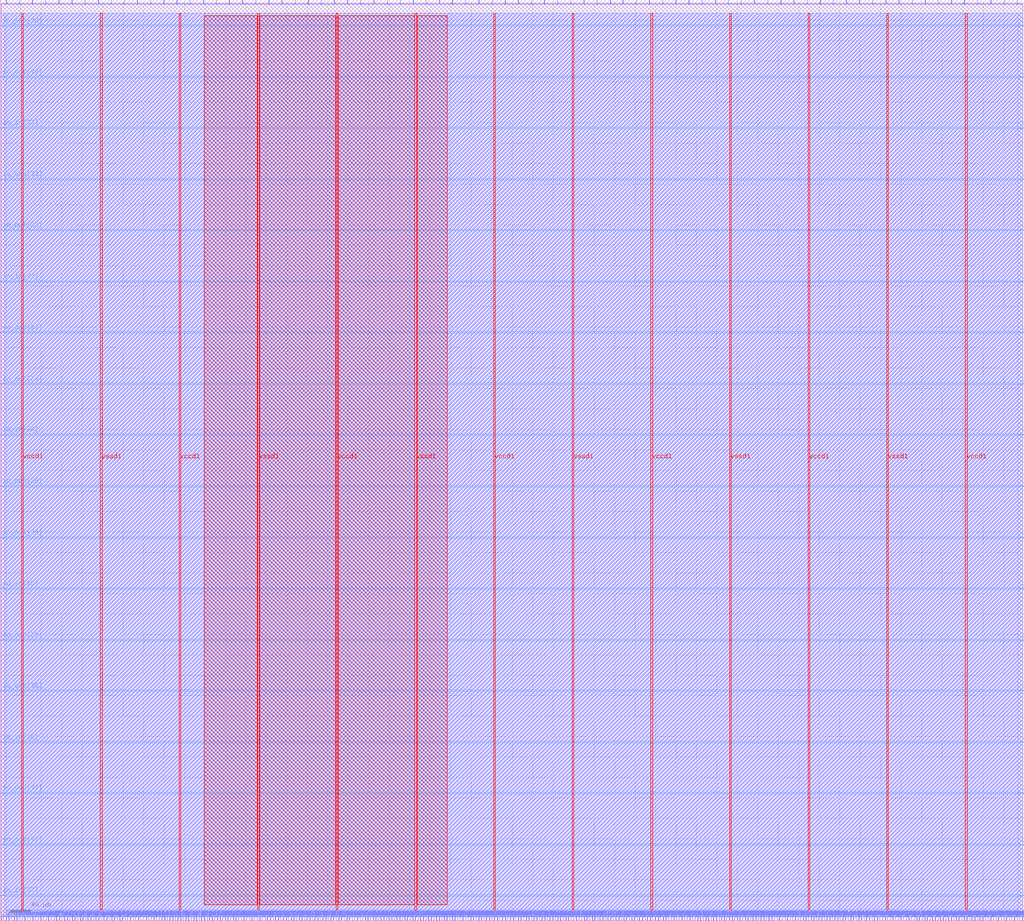
<source format=lef>
VERSION 5.7 ;
  NOWIREEXTENSIONATPIN ON ;
  DIVIDERCHAR "/" ;
  BUSBITCHARS "[]" ;
MACRO braille_driver_controller
  CLASS BLOCK ;
  FOREIGN braille_driver_controller ;
  ORIGIN 0.000 0.000 ;
  SIZE 1000.000 BY 900.000 ;
  PIN io_in[0]
    DIRECTION INPUT ;
    USE SIGNAL ;
    PORT
      LAYER met3 ;
        RECT 996.000 24.520 1000.000 25.120 ;
    END
  END io_in[0]
  PIN io_in[10]
    DIRECTION INPUT ;
    USE SIGNAL ;
    PORT
      LAYER met2 ;
        RECT 839.130 896.000 839.410 900.000 ;
    END
  END io_in[10]
  PIN io_in[11]
    DIRECTION INPUT ;
    USE SIGNAL ;
    PORT
      LAYER met2 ;
        RECT 800.950 896.000 801.230 900.000 ;
    END
  END io_in[11]
  PIN io_in[12]
    DIRECTION INPUT ;
    USE SIGNAL ;
    PORT
      LAYER met2 ;
        RECT 762.310 896.000 762.590 900.000 ;
    END
  END io_in[12]
  PIN io_in[13]
    DIRECTION INPUT ;
    USE SIGNAL ;
    PORT
      LAYER met2 ;
        RECT 723.670 896.000 723.950 900.000 ;
    END
  END io_in[13]
  PIN io_in[14]
    DIRECTION INPUT ;
    USE SIGNAL ;
    PORT
      LAYER met2 ;
        RECT 685.490 896.000 685.770 900.000 ;
    END
  END io_in[14]
  PIN io_in[15]
    DIRECTION INPUT ;
    USE SIGNAL ;
    PORT
      LAYER met2 ;
        RECT 646.850 896.000 647.130 900.000 ;
    END
  END io_in[15]
  PIN io_in[16]
    DIRECTION INPUT ;
    USE SIGNAL ;
    PORT
      LAYER met2 ;
        RECT 608.210 896.000 608.490 900.000 ;
    END
  END io_in[16]
  PIN io_in[17]
    DIRECTION INPUT ;
    USE SIGNAL ;
    PORT
      LAYER met2 ;
        RECT 570.030 896.000 570.310 900.000 ;
    END
  END io_in[17]
  PIN io_in[18]
    DIRECTION INPUT ;
    USE SIGNAL ;
    PORT
      LAYER met2 ;
        RECT 531.390 896.000 531.670 900.000 ;
    END
  END io_in[18]
  PIN io_in[19]
    DIRECTION INPUT ;
    USE SIGNAL ;
    PORT
      LAYER met2 ;
        RECT 493.210 896.000 493.490 900.000 ;
    END
  END io_in[19]
  PIN io_in[1]
    DIRECTION INPUT ;
    USE SIGNAL ;
    PORT
      LAYER met3 ;
        RECT 996.000 174.120 1000.000 174.720 ;
    END
  END io_in[1]
  PIN io_in[20]
    DIRECTION INPUT ;
    USE SIGNAL ;
    PORT
      LAYER met2 ;
        RECT 454.570 896.000 454.850 900.000 ;
    END
  END io_in[20]
  PIN io_in[21]
    DIRECTION INPUT ;
    USE SIGNAL ;
    PORT
      LAYER met2 ;
        RECT 415.930 896.000 416.210 900.000 ;
    END
  END io_in[21]
  PIN io_in[22]
    DIRECTION INPUT ;
    USE SIGNAL ;
    PORT
      LAYER met2 ;
        RECT 377.750 896.000 378.030 900.000 ;
    END
  END io_in[22]
  PIN io_in[23]
    DIRECTION INPUT ;
    USE SIGNAL ;
    PORT
      LAYER met2 ;
        RECT 339.110 896.000 339.390 900.000 ;
    END
  END io_in[23]
  PIN io_in[24]
    DIRECTION INPUT ;
    USE SIGNAL ;
    PORT
      LAYER met2 ;
        RECT 300.930 896.000 301.210 900.000 ;
    END
  END io_in[24]
  PIN io_in[25]
    DIRECTION INPUT ;
    USE SIGNAL ;
    PORT
      LAYER met2 ;
        RECT 262.290 896.000 262.570 900.000 ;
    END
  END io_in[25]
  PIN io_in[26]
    DIRECTION INPUT ;
    USE SIGNAL ;
    PORT
      LAYER met2 ;
        RECT 223.650 896.000 223.930 900.000 ;
    END
  END io_in[26]
  PIN io_in[27]
    DIRECTION INPUT ;
    USE SIGNAL ;
    PORT
      LAYER met2 ;
        RECT 185.470 896.000 185.750 900.000 ;
    END
  END io_in[27]
  PIN io_in[28]
    DIRECTION INPUT ;
    USE SIGNAL ;
    PORT
      LAYER met2 ;
        RECT 146.830 896.000 147.110 900.000 ;
    END
  END io_in[28]
  PIN io_in[29]
    DIRECTION INPUT ;
    USE SIGNAL ;
    PORT
      LAYER met2 ;
        RECT 108.190 896.000 108.470 900.000 ;
    END
  END io_in[29]
  PIN io_in[2]
    DIRECTION INPUT ;
    USE SIGNAL ;
    PORT
      LAYER met3 ;
        RECT 996.000 324.400 1000.000 325.000 ;
    END
  END io_in[2]
  PIN io_in[30]
    DIRECTION INPUT ;
    USE SIGNAL ;
    PORT
      LAYER met2 ;
        RECT 70.010 896.000 70.290 900.000 ;
    END
  END io_in[30]
  PIN io_in[31]
    DIRECTION INPUT ;
    USE SIGNAL ;
    PORT
      LAYER met2 ;
        RECT 31.370 896.000 31.650 900.000 ;
    END
  END io_in[31]
  PIN io_in[32]
    DIRECTION INPUT ;
    USE SIGNAL ;
    PORT
      LAYER met3 ;
        RECT 0.000 774.560 4.000 775.160 ;
    END
  END io_in[32]
  PIN io_in[33]
    DIRECTION INPUT ;
    USE SIGNAL ;
    PORT
      LAYER met3 ;
        RECT 0.000 624.280 4.000 624.880 ;
    END
  END io_in[33]
  PIN io_in[34]
    DIRECTION INPUT ;
    USE SIGNAL ;
    PORT
      LAYER met3 ;
        RECT 0.000 474.680 4.000 475.280 ;
    END
  END io_in[34]
  PIN io_in[35]
    DIRECTION INPUT ;
    USE SIGNAL ;
    PORT
      LAYER met3 ;
        RECT 0.000 324.400 4.000 325.000 ;
    END
  END io_in[35]
  PIN io_in[36]
    DIRECTION INPUT ;
    USE SIGNAL ;
    PORT
      LAYER met3 ;
        RECT 0.000 174.120 4.000 174.720 ;
    END
  END io_in[36]
  PIN io_in[37]
    DIRECTION INPUT ;
    USE SIGNAL ;
    PORT
      LAYER met3 ;
        RECT 0.000 24.520 4.000 25.120 ;
    END
  END io_in[37]
  PIN io_in[3]
    DIRECTION INPUT ;
    USE SIGNAL ;
    PORT
      LAYER met3 ;
        RECT 996.000 474.680 1000.000 475.280 ;
    END
  END io_in[3]
  PIN io_in[4]
    DIRECTION INPUT ;
    USE SIGNAL ;
    PORT
      LAYER met3 ;
        RECT 996.000 624.280 1000.000 624.880 ;
    END
  END io_in[4]
  PIN io_in[5]
    DIRECTION INPUT ;
    USE SIGNAL ;
    PORT
      LAYER met3 ;
        RECT 996.000 774.560 1000.000 775.160 ;
    END
  END io_in[5]
  PIN io_in[6]
    DIRECTION INPUT ;
    USE SIGNAL ;
    PORT
      LAYER met2 ;
        RECT 993.230 896.000 993.510 900.000 ;
    END
  END io_in[6]
  PIN io_in[7]
    DIRECTION INPUT ;
    USE SIGNAL ;
    PORT
      LAYER met2 ;
        RECT 954.590 896.000 954.870 900.000 ;
    END
  END io_in[7]
  PIN io_in[8]
    DIRECTION INPUT ;
    USE SIGNAL ;
    PORT
      LAYER met2 ;
        RECT 915.950 896.000 916.230 900.000 ;
    END
  END io_in[8]
  PIN io_in[9]
    DIRECTION INPUT ;
    USE SIGNAL ;
    PORT
      LAYER met2 ;
        RECT 877.770 896.000 878.050 900.000 ;
    END
  END io_in[9]
  PIN io_oeb[0]
    DIRECTION OUTPUT TRISTATE ;
    USE SIGNAL ;
    PORT
      LAYER met3 ;
        RECT 996.000 124.480 1000.000 125.080 ;
    END
  END io_oeb[0]
  PIN io_oeb[10]
    DIRECTION OUTPUT TRISTATE ;
    USE SIGNAL ;
    PORT
      LAYER met2 ;
        RECT 813.370 896.000 813.650 900.000 ;
    END
  END io_oeb[10]
  PIN io_oeb[11]
    DIRECTION OUTPUT TRISTATE ;
    USE SIGNAL ;
    PORT
      LAYER met2 ;
        RECT 775.190 896.000 775.470 900.000 ;
    END
  END io_oeb[11]
  PIN io_oeb[12]
    DIRECTION OUTPUT TRISTATE ;
    USE SIGNAL ;
    PORT
      LAYER met2 ;
        RECT 736.550 896.000 736.830 900.000 ;
    END
  END io_oeb[12]
  PIN io_oeb[13]
    DIRECTION OUTPUT TRISTATE ;
    USE SIGNAL ;
    PORT
      LAYER met2 ;
        RECT 698.370 896.000 698.650 900.000 ;
    END
  END io_oeb[13]
  PIN io_oeb[14]
    DIRECTION OUTPUT TRISTATE ;
    USE SIGNAL ;
    PORT
      LAYER met2 ;
        RECT 659.730 896.000 660.010 900.000 ;
    END
  END io_oeb[14]
  PIN io_oeb[15]
    DIRECTION OUTPUT TRISTATE ;
    USE SIGNAL ;
    PORT
      LAYER met2 ;
        RECT 621.090 896.000 621.370 900.000 ;
    END
  END io_oeb[15]
  PIN io_oeb[16]
    DIRECTION OUTPUT TRISTATE ;
    USE SIGNAL ;
    PORT
      LAYER met2 ;
        RECT 582.910 896.000 583.190 900.000 ;
    END
  END io_oeb[16]
  PIN io_oeb[17]
    DIRECTION OUTPUT TRISTATE ;
    USE SIGNAL ;
    PORT
      LAYER met2 ;
        RECT 544.270 896.000 544.550 900.000 ;
    END
  END io_oeb[17]
  PIN io_oeb[18]
    DIRECTION OUTPUT TRISTATE ;
    USE SIGNAL ;
    PORT
      LAYER met2 ;
        RECT 506.090 896.000 506.370 900.000 ;
    END
  END io_oeb[18]
  PIN io_oeb[19]
    DIRECTION OUTPUT TRISTATE ;
    USE SIGNAL ;
    PORT
      LAYER met2 ;
        RECT 467.450 896.000 467.730 900.000 ;
    END
  END io_oeb[19]
  PIN io_oeb[1]
    DIRECTION OUTPUT TRISTATE ;
    USE SIGNAL ;
    PORT
      LAYER met3 ;
        RECT 996.000 274.080 1000.000 274.680 ;
    END
  END io_oeb[1]
  PIN io_oeb[20]
    DIRECTION OUTPUT TRISTATE ;
    USE SIGNAL ;
    PORT
      LAYER met2 ;
        RECT 428.810 896.000 429.090 900.000 ;
    END
  END io_oeb[20]
  PIN io_oeb[21]
    DIRECTION OUTPUT TRISTATE ;
    USE SIGNAL ;
    PORT
      LAYER met2 ;
        RECT 390.630 896.000 390.910 900.000 ;
    END
  END io_oeb[21]
  PIN io_oeb[22]
    DIRECTION OUTPUT TRISTATE ;
    USE SIGNAL ;
    PORT
      LAYER met2 ;
        RECT 351.990 896.000 352.270 900.000 ;
    END
  END io_oeb[22]
  PIN io_oeb[23]
    DIRECTION OUTPUT TRISTATE ;
    USE SIGNAL ;
    PORT
      LAYER met2 ;
        RECT 313.350 896.000 313.630 900.000 ;
    END
  END io_oeb[23]
  PIN io_oeb[24]
    DIRECTION OUTPUT TRISTATE ;
    USE SIGNAL ;
    PORT
      LAYER met2 ;
        RECT 275.170 896.000 275.450 900.000 ;
    END
  END io_oeb[24]
  PIN io_oeb[25]
    DIRECTION OUTPUT TRISTATE ;
    USE SIGNAL ;
    PORT
      LAYER met2 ;
        RECT 236.530 896.000 236.810 900.000 ;
    END
  END io_oeb[25]
  PIN io_oeb[26]
    DIRECTION OUTPUT TRISTATE ;
    USE SIGNAL ;
    PORT
      LAYER met2 ;
        RECT 198.350 896.000 198.630 900.000 ;
    END
  END io_oeb[26]
  PIN io_oeb[27]
    DIRECTION OUTPUT TRISTATE ;
    USE SIGNAL ;
    PORT
      LAYER met2 ;
        RECT 159.710 896.000 159.990 900.000 ;
    END
  END io_oeb[27]
  PIN io_oeb[28]
    DIRECTION OUTPUT TRISTATE ;
    USE SIGNAL ;
    PORT
      LAYER met2 ;
        RECT 121.070 896.000 121.350 900.000 ;
    END
  END io_oeb[28]
  PIN io_oeb[29]
    DIRECTION OUTPUT TRISTATE ;
    USE SIGNAL ;
    PORT
      LAYER met2 ;
        RECT 82.890 896.000 83.170 900.000 ;
    END
  END io_oeb[29]
  PIN io_oeb[2]
    DIRECTION OUTPUT TRISTATE ;
    USE SIGNAL ;
    PORT
      LAYER met3 ;
        RECT 996.000 424.360 1000.000 424.960 ;
    END
  END io_oeb[2]
  PIN io_oeb[30]
    DIRECTION OUTPUT TRISTATE ;
    USE SIGNAL ;
    PORT
      LAYER met2 ;
        RECT 44.250 896.000 44.530 900.000 ;
    END
  END io_oeb[30]
  PIN io_oeb[31]
    DIRECTION OUTPUT TRISTATE ;
    USE SIGNAL ;
    PORT
      LAYER met2 ;
        RECT 6.070 896.000 6.350 900.000 ;
    END
  END io_oeb[31]
  PIN io_oeb[32]
    DIRECTION OUTPUT TRISTATE ;
    USE SIGNAL ;
    PORT
      LAYER met3 ;
        RECT 0.000 874.520 4.000 875.120 ;
    END
  END io_oeb[32]
  PIN io_oeb[33]
    DIRECTION OUTPUT TRISTATE ;
    USE SIGNAL ;
    PORT
      LAYER met3 ;
        RECT 0.000 724.240 4.000 724.840 ;
    END
  END io_oeb[33]
  PIN io_oeb[34]
    DIRECTION OUTPUT TRISTATE ;
    USE SIGNAL ;
    PORT
      LAYER met3 ;
        RECT 0.000 574.640 4.000 575.240 ;
    END
  END io_oeb[34]
  PIN io_oeb[35]
    DIRECTION OUTPUT TRISTATE ;
    USE SIGNAL ;
    PORT
      LAYER met3 ;
        RECT 0.000 424.360 4.000 424.960 ;
    END
  END io_oeb[35]
  PIN io_oeb[36]
    DIRECTION OUTPUT TRISTATE ;
    USE SIGNAL ;
    PORT
      LAYER met3 ;
        RECT 0.000 274.080 4.000 274.680 ;
    END
  END io_oeb[36]
  PIN io_oeb[37]
    DIRECTION OUTPUT TRISTATE ;
    USE SIGNAL ;
    PORT
      LAYER met3 ;
        RECT 0.000 124.480 4.000 125.080 ;
    END
  END io_oeb[37]
  PIN io_oeb[3]
    DIRECTION OUTPUT TRISTATE ;
    USE SIGNAL ;
    PORT
      LAYER met3 ;
        RECT 996.000 574.640 1000.000 575.240 ;
    END
  END io_oeb[3]
  PIN io_oeb[4]
    DIRECTION OUTPUT TRISTATE ;
    USE SIGNAL ;
    PORT
      LAYER met3 ;
        RECT 996.000 724.240 1000.000 724.840 ;
    END
  END io_oeb[4]
  PIN io_oeb[5]
    DIRECTION OUTPUT TRISTATE ;
    USE SIGNAL ;
    PORT
      LAYER met3 ;
        RECT 996.000 874.520 1000.000 875.120 ;
    END
  END io_oeb[5]
  PIN io_oeb[6]
    DIRECTION OUTPUT TRISTATE ;
    USE SIGNAL ;
    PORT
      LAYER met2 ;
        RECT 967.470 896.000 967.750 900.000 ;
    END
  END io_oeb[6]
  PIN io_oeb[7]
    DIRECTION OUTPUT TRISTATE ;
    USE SIGNAL ;
    PORT
      LAYER met2 ;
        RECT 928.830 896.000 929.110 900.000 ;
    END
  END io_oeb[7]
  PIN io_oeb[8]
    DIRECTION OUTPUT TRISTATE ;
    USE SIGNAL ;
    PORT
      LAYER met2 ;
        RECT 890.650 896.000 890.930 900.000 ;
    END
  END io_oeb[8]
  PIN io_oeb[9]
    DIRECTION OUTPUT TRISTATE ;
    USE SIGNAL ;
    PORT
      LAYER met2 ;
        RECT 852.010 896.000 852.290 900.000 ;
    END
  END io_oeb[9]
  PIN io_out[0]
    DIRECTION OUTPUT TRISTATE ;
    USE SIGNAL ;
    PORT
      LAYER met3 ;
        RECT 996.000 74.160 1000.000 74.760 ;
    END
  END io_out[0]
  PIN io_out[10]
    DIRECTION OUTPUT TRISTATE ;
    USE SIGNAL ;
    PORT
      LAYER met2 ;
        RECT 826.250 896.000 826.530 900.000 ;
    END
  END io_out[10]
  PIN io_out[11]
    DIRECTION OUTPUT TRISTATE ;
    USE SIGNAL ;
    PORT
      LAYER met2 ;
        RECT 788.070 896.000 788.350 900.000 ;
    END
  END io_out[11]
  PIN io_out[12]
    DIRECTION OUTPUT TRISTATE ;
    USE SIGNAL ;
    PORT
      LAYER met2 ;
        RECT 749.430 896.000 749.710 900.000 ;
    END
  END io_out[12]
  PIN io_out[13]
    DIRECTION OUTPUT TRISTATE ;
    USE SIGNAL ;
    PORT
      LAYER met2 ;
        RECT 710.790 896.000 711.070 900.000 ;
    END
  END io_out[13]
  PIN io_out[14]
    DIRECTION OUTPUT TRISTATE ;
    USE SIGNAL ;
    PORT
      LAYER met2 ;
        RECT 672.610 896.000 672.890 900.000 ;
    END
  END io_out[14]
  PIN io_out[15]
    DIRECTION OUTPUT TRISTATE ;
    USE SIGNAL ;
    PORT
      LAYER met2 ;
        RECT 633.970 896.000 634.250 900.000 ;
    END
  END io_out[15]
  PIN io_out[16]
    DIRECTION OUTPUT TRISTATE ;
    USE SIGNAL ;
    PORT
      LAYER met2 ;
        RECT 595.790 896.000 596.070 900.000 ;
    END
  END io_out[16]
  PIN io_out[17]
    DIRECTION OUTPUT TRISTATE ;
    USE SIGNAL ;
    PORT
      LAYER met2 ;
        RECT 557.150 896.000 557.430 900.000 ;
    END
  END io_out[17]
  PIN io_out[18]
    DIRECTION OUTPUT TRISTATE ;
    USE SIGNAL ;
    PORT
      LAYER met2 ;
        RECT 518.510 896.000 518.790 900.000 ;
    END
  END io_out[18]
  PIN io_out[19]
    DIRECTION OUTPUT TRISTATE ;
    USE SIGNAL ;
    PORT
      LAYER met2 ;
        RECT 480.330 896.000 480.610 900.000 ;
    END
  END io_out[19]
  PIN io_out[1]
    DIRECTION OUTPUT TRISTATE ;
    USE SIGNAL ;
    PORT
      LAYER met3 ;
        RECT 996.000 224.440 1000.000 225.040 ;
    END
  END io_out[1]
  PIN io_out[20]
    DIRECTION OUTPUT TRISTATE ;
    USE SIGNAL ;
    PORT
      LAYER met2 ;
        RECT 441.690 896.000 441.970 900.000 ;
    END
  END io_out[20]
  PIN io_out[21]
    DIRECTION OUTPUT TRISTATE ;
    USE SIGNAL ;
    PORT
      LAYER met2 ;
        RECT 403.510 896.000 403.790 900.000 ;
    END
  END io_out[21]
  PIN io_out[22]
    DIRECTION OUTPUT TRISTATE ;
    USE SIGNAL ;
    PORT
      LAYER met2 ;
        RECT 364.870 896.000 365.150 900.000 ;
    END
  END io_out[22]
  PIN io_out[23]
    DIRECTION OUTPUT TRISTATE ;
    USE SIGNAL ;
    PORT
      LAYER met2 ;
        RECT 326.230 896.000 326.510 900.000 ;
    END
  END io_out[23]
  PIN io_out[24]
    DIRECTION OUTPUT TRISTATE ;
    USE SIGNAL ;
    PORT
      LAYER met2 ;
        RECT 288.050 896.000 288.330 900.000 ;
    END
  END io_out[24]
  PIN io_out[25]
    DIRECTION OUTPUT TRISTATE ;
    USE SIGNAL ;
    PORT
      LAYER met2 ;
        RECT 249.410 896.000 249.690 900.000 ;
    END
  END io_out[25]
  PIN io_out[26]
    DIRECTION OUTPUT TRISTATE ;
    USE SIGNAL ;
    PORT
      LAYER met2 ;
        RECT 210.770 896.000 211.050 900.000 ;
    END
  END io_out[26]
  PIN io_out[27]
    DIRECTION OUTPUT TRISTATE ;
    USE SIGNAL ;
    PORT
      LAYER met2 ;
        RECT 172.590 896.000 172.870 900.000 ;
    END
  END io_out[27]
  PIN io_out[28]
    DIRECTION OUTPUT TRISTATE ;
    USE SIGNAL ;
    PORT
      LAYER met2 ;
        RECT 133.950 896.000 134.230 900.000 ;
    END
  END io_out[28]
  PIN io_out[29]
    DIRECTION OUTPUT TRISTATE ;
    USE SIGNAL ;
    PORT
      LAYER met2 ;
        RECT 95.770 896.000 96.050 900.000 ;
    END
  END io_out[29]
  PIN io_out[2]
    DIRECTION OUTPUT TRISTATE ;
    USE SIGNAL ;
    PORT
      LAYER met3 ;
        RECT 996.000 374.040 1000.000 374.640 ;
    END
  END io_out[2]
  PIN io_out[30]
    DIRECTION OUTPUT TRISTATE ;
    USE SIGNAL ;
    PORT
      LAYER met2 ;
        RECT 57.130 896.000 57.410 900.000 ;
    END
  END io_out[30]
  PIN io_out[31]
    DIRECTION OUTPUT TRISTATE ;
    USE SIGNAL ;
    PORT
      LAYER met2 ;
        RECT 18.490 896.000 18.770 900.000 ;
    END
  END io_out[31]
  PIN io_out[32]
    DIRECTION OUTPUT TRISTATE ;
    USE SIGNAL ;
    PORT
      LAYER met3 ;
        RECT 0.000 824.200 4.000 824.800 ;
    END
  END io_out[32]
  PIN io_out[33]
    DIRECTION OUTPUT TRISTATE ;
    USE SIGNAL ;
    PORT
      LAYER met3 ;
        RECT 0.000 674.600 4.000 675.200 ;
    END
  END io_out[33]
  PIN io_out[34]
    DIRECTION OUTPUT TRISTATE ;
    USE SIGNAL ;
    PORT
      LAYER met3 ;
        RECT 0.000 524.320 4.000 524.920 ;
    END
  END io_out[34]
  PIN io_out[35]
    DIRECTION OUTPUT TRISTATE ;
    USE SIGNAL ;
    PORT
      LAYER met3 ;
        RECT 0.000 374.040 4.000 374.640 ;
    END
  END io_out[35]
  PIN io_out[36]
    DIRECTION OUTPUT TRISTATE ;
    USE SIGNAL ;
    PORT
      LAYER met3 ;
        RECT 0.000 224.440 4.000 225.040 ;
    END
  END io_out[36]
  PIN io_out[37]
    DIRECTION OUTPUT TRISTATE ;
    USE SIGNAL ;
    PORT
      LAYER met3 ;
        RECT 0.000 74.160 4.000 74.760 ;
    END
  END io_out[37]
  PIN io_out[3]
    DIRECTION OUTPUT TRISTATE ;
    USE SIGNAL ;
    PORT
      LAYER met3 ;
        RECT 996.000 524.320 1000.000 524.920 ;
    END
  END io_out[3]
  PIN io_out[4]
    DIRECTION OUTPUT TRISTATE ;
    USE SIGNAL ;
    PORT
      LAYER met3 ;
        RECT 996.000 674.600 1000.000 675.200 ;
    END
  END io_out[4]
  PIN io_out[5]
    DIRECTION OUTPUT TRISTATE ;
    USE SIGNAL ;
    PORT
      LAYER met3 ;
        RECT 996.000 824.200 1000.000 824.800 ;
    END
  END io_out[5]
  PIN io_out[6]
    DIRECTION OUTPUT TRISTATE ;
    USE SIGNAL ;
    PORT
      LAYER met2 ;
        RECT 980.350 896.000 980.630 900.000 ;
    END
  END io_out[6]
  PIN io_out[7]
    DIRECTION OUTPUT TRISTATE ;
    USE SIGNAL ;
    PORT
      LAYER met2 ;
        RECT 941.710 896.000 941.990 900.000 ;
    END
  END io_out[7]
  PIN io_out[8]
    DIRECTION OUTPUT TRISTATE ;
    USE SIGNAL ;
    PORT
      LAYER met2 ;
        RECT 903.530 896.000 903.810 900.000 ;
    END
  END io_out[8]
  PIN io_out[9]
    DIRECTION OUTPUT TRISTATE ;
    USE SIGNAL ;
    PORT
      LAYER met2 ;
        RECT 864.890 896.000 865.170 900.000 ;
    END
  END io_out[9]
  PIN irq[0]
    DIRECTION OUTPUT TRISTATE ;
    USE SIGNAL ;
    PORT
      LAYER met2 ;
        RECT 993.230 0.000 993.510 4.000 ;
    END
  END irq[0]
  PIN irq[1]
    DIRECTION OUTPUT TRISTATE ;
    USE SIGNAL ;
    PORT
      LAYER met2 ;
        RECT 995.530 0.000 995.810 4.000 ;
    END
  END irq[1]
  PIN irq[2]
    DIRECTION OUTPUT TRISTATE ;
    USE SIGNAL ;
    PORT
      LAYER met2 ;
        RECT 998.290 0.000 998.570 4.000 ;
    END
  END irq[2]
  PIN la_data_in[0]
    DIRECTION INPUT ;
    USE SIGNAL ;
    PORT
      LAYER met2 ;
        RECT 160.630 0.000 160.910 4.000 ;
    END
  END la_data_in[0]
  PIN la_data_in[100]
    DIRECTION INPUT ;
    USE SIGNAL ;
    PORT
      LAYER met2 ;
        RECT 773.810 0.000 774.090 4.000 ;
    END
  END la_data_in[100]
  PIN la_data_in[101]
    DIRECTION INPUT ;
    USE SIGNAL ;
    PORT
      LAYER met2 ;
        RECT 781.630 0.000 781.910 4.000 ;
    END
  END la_data_in[101]
  PIN la_data_in[102]
    DIRECTION INPUT ;
    USE SIGNAL ;
    PORT
      LAYER met2 ;
        RECT 789.450 0.000 789.730 4.000 ;
    END
  END la_data_in[102]
  PIN la_data_in[103]
    DIRECTION INPUT ;
    USE SIGNAL ;
    PORT
      LAYER met2 ;
        RECT 797.270 0.000 797.550 4.000 ;
    END
  END la_data_in[103]
  PIN la_data_in[104]
    DIRECTION INPUT ;
    USE SIGNAL ;
    PORT
      LAYER met2 ;
        RECT 805.090 0.000 805.370 4.000 ;
    END
  END la_data_in[104]
  PIN la_data_in[105]
    DIRECTION INPUT ;
    USE SIGNAL ;
    PORT
      LAYER met2 ;
        RECT 812.450 0.000 812.730 4.000 ;
    END
  END la_data_in[105]
  PIN la_data_in[106]
    DIRECTION INPUT ;
    USE SIGNAL ;
    PORT
      LAYER met2 ;
        RECT 820.270 0.000 820.550 4.000 ;
    END
  END la_data_in[106]
  PIN la_data_in[107]
    DIRECTION INPUT ;
    USE SIGNAL ;
    PORT
      LAYER met2 ;
        RECT 828.090 0.000 828.370 4.000 ;
    END
  END la_data_in[107]
  PIN la_data_in[108]
    DIRECTION INPUT ;
    USE SIGNAL ;
    PORT
      LAYER met2 ;
        RECT 835.910 0.000 836.190 4.000 ;
    END
  END la_data_in[108]
  PIN la_data_in[109]
    DIRECTION INPUT ;
    USE SIGNAL ;
    PORT
      LAYER met2 ;
        RECT 843.730 0.000 844.010 4.000 ;
    END
  END la_data_in[109]
  PIN la_data_in[10]
    DIRECTION INPUT ;
    USE SIGNAL ;
    PORT
      LAYER met2 ;
        RECT 75.530 0.000 75.810 4.000 ;
    END
  END la_data_in[10]
  PIN la_data_in[110]
    DIRECTION INPUT ;
    USE SIGNAL ;
    PORT
      LAYER met2 ;
        RECT 851.550 0.000 851.830 4.000 ;
    END
  END la_data_in[110]
  PIN la_data_in[111]
    DIRECTION INPUT ;
    USE SIGNAL ;
    PORT
      LAYER met2 ;
        RECT 858.910 0.000 859.190 4.000 ;
    END
  END la_data_in[111]
  PIN la_data_in[112]
    DIRECTION INPUT ;
    USE SIGNAL ;
    PORT
      LAYER met2 ;
        RECT 866.730 0.000 867.010 4.000 ;
    END
  END la_data_in[112]
  PIN la_data_in[113]
    DIRECTION INPUT ;
    USE SIGNAL ;
    PORT
      LAYER met2 ;
        RECT 874.550 0.000 874.830 4.000 ;
    END
  END la_data_in[113]
  PIN la_data_in[114]
    DIRECTION INPUT ;
    USE SIGNAL ;
    PORT
      LAYER met2 ;
        RECT 882.370 0.000 882.650 4.000 ;
    END
  END la_data_in[114]
  PIN la_data_in[115]
    DIRECTION INPUT ;
    USE SIGNAL ;
    PORT
      LAYER met2 ;
        RECT 890.190 0.000 890.470 4.000 ;
    END
  END la_data_in[115]
  PIN la_data_in[116]
    DIRECTION INPUT ;
    USE SIGNAL ;
    PORT
      LAYER met2 ;
        RECT 897.550 0.000 897.830 4.000 ;
    END
  END la_data_in[116]
  PIN la_data_in[117]
    DIRECTION INPUT ;
    USE SIGNAL ;
    PORT
      LAYER met2 ;
        RECT 905.370 0.000 905.650 4.000 ;
    END
  END la_data_in[117]
  PIN la_data_in[118]
    DIRECTION INPUT ;
    USE SIGNAL ;
    PORT
      LAYER met2 ;
        RECT 913.190 0.000 913.470 4.000 ;
    END
  END la_data_in[118]
  PIN la_data_in[119]
    DIRECTION INPUT ;
    USE SIGNAL ;
    PORT
      LAYER met2 ;
        RECT 921.010 0.000 921.290 4.000 ;
    END
  END la_data_in[119]
  PIN la_data_in[11]
    DIRECTION INPUT ;
    USE SIGNAL ;
    PORT
      LAYER met2 ;
        RECT 83.350 0.000 83.630 4.000 ;
    END
  END la_data_in[11]
  PIN la_data_in[120]
    DIRECTION INPUT ;
    USE SIGNAL ;
    PORT
      LAYER met2 ;
        RECT 928.830 0.000 929.110 4.000 ;
    END
  END la_data_in[120]
  PIN la_data_in[121]
    DIRECTION INPUT ;
    USE SIGNAL ;
    PORT
      LAYER met2 ;
        RECT 936.190 0.000 936.470 4.000 ;
    END
  END la_data_in[121]
  PIN la_data_in[122]
    DIRECTION INPUT ;
    USE SIGNAL ;
    PORT
      LAYER met2 ;
        RECT 944.010 0.000 944.290 4.000 ;
    END
  END la_data_in[122]
  PIN la_data_in[123]
    DIRECTION INPUT ;
    USE SIGNAL ;
    PORT
      LAYER met2 ;
        RECT 951.830 0.000 952.110 4.000 ;
    END
  END la_data_in[123]
  PIN la_data_in[124]
    DIRECTION INPUT ;
    USE SIGNAL ;
    PORT
      LAYER met2 ;
        RECT 959.650 0.000 959.930 4.000 ;
    END
  END la_data_in[124]
  PIN la_data_in[125]
    DIRECTION INPUT ;
    USE SIGNAL ;
    PORT
      LAYER met2 ;
        RECT 967.470 0.000 967.750 4.000 ;
    END
  END la_data_in[125]
  PIN la_data_in[126]
    DIRECTION INPUT ;
    USE SIGNAL ;
    PORT
      LAYER met2 ;
        RECT 974.830 0.000 975.110 4.000 ;
    END
  END la_data_in[126]
  PIN la_data_in[127]
    DIRECTION INPUT ;
    USE SIGNAL ;
    PORT
      LAYER met2 ;
        RECT 982.650 0.000 982.930 4.000 ;
    END
  END la_data_in[127]
  PIN la_data_in[12]
    DIRECTION INPUT ;
    USE SIGNAL ;
    PORT
      LAYER met2 ;
        RECT 91.170 0.000 91.450 4.000 ;
    END
  END la_data_in[12]
  PIN la_data_in[13]
    DIRECTION INPUT ;
    USE SIGNAL ;
    PORT
      LAYER met2 ;
        RECT 98.530 0.000 98.810 4.000 ;
    END
  END la_data_in[13]
  PIN la_data_in[14]
    DIRECTION INPUT ;
    USE SIGNAL ;
    PORT
      LAYER met2 ;
        RECT 106.350 0.000 106.630 4.000 ;
    END
  END la_data_in[14]
  PIN la_data_in[15]
    DIRECTION INPUT ;
    USE SIGNAL ;
    PORT
      LAYER met2 ;
        RECT 114.170 0.000 114.450 4.000 ;
    END
  END la_data_in[15]
  PIN la_data_in[16]
    DIRECTION INPUT ;
    USE SIGNAL ;
    PORT
      LAYER met2 ;
        RECT 121.990 0.000 122.270 4.000 ;
    END
  END la_data_in[16]
  PIN la_data_in[17]
    DIRECTION INPUT ;
    USE SIGNAL ;
    PORT
      LAYER met2 ;
        RECT 129.810 0.000 130.090 4.000 ;
    END
  END la_data_in[17]
  PIN la_data_in[18]
    DIRECTION INPUT ;
    USE SIGNAL ;
    PORT
      LAYER met2 ;
        RECT 137.170 0.000 137.450 4.000 ;
    END
  END la_data_in[18]
  PIN la_data_in[19]
    DIRECTION INPUT ;
    USE SIGNAL ;
    PORT
      LAYER met2 ;
        RECT 144.990 0.000 145.270 4.000 ;
    END
  END la_data_in[19]
  PIN la_data_in[1]
    DIRECTION INPUT ;
    USE SIGNAL ;
    PORT
      LAYER met2 ;
        RECT 6.070 0.000 6.350 4.000 ;
    END
  END la_data_in[1]
  PIN la_data_in[20]
    DIRECTION INPUT ;
    USE SIGNAL ;
    PORT
      LAYER met2 ;
        RECT 152.810 0.000 153.090 4.000 ;
    END
  END la_data_in[20]
  PIN la_data_in[21]
    DIRECTION INPUT ;
    USE SIGNAL ;
    PORT
      LAYER met2 ;
        RECT 162.930 0.000 163.210 4.000 ;
    END
  END la_data_in[21]
  PIN la_data_in[22]
    DIRECTION INPUT ;
    USE SIGNAL ;
    PORT
      LAYER met2 ;
        RECT 170.750 0.000 171.030 4.000 ;
    END
  END la_data_in[22]
  PIN la_data_in[23]
    DIRECTION INPUT ;
    USE SIGNAL ;
    PORT
      LAYER met2 ;
        RECT 178.570 0.000 178.850 4.000 ;
    END
  END la_data_in[23]
  PIN la_data_in[24]
    DIRECTION INPUT ;
    USE SIGNAL ;
    PORT
      LAYER met2 ;
        RECT 186.390 0.000 186.670 4.000 ;
    END
  END la_data_in[24]
  PIN la_data_in[25]
    DIRECTION INPUT ;
    USE SIGNAL ;
    PORT
      LAYER met2 ;
        RECT 194.210 0.000 194.490 4.000 ;
    END
  END la_data_in[25]
  PIN la_data_in[26]
    DIRECTION INPUT ;
    USE SIGNAL ;
    PORT
      LAYER met2 ;
        RECT 202.030 0.000 202.310 4.000 ;
    END
  END la_data_in[26]
  PIN la_data_in[27]
    DIRECTION INPUT ;
    USE SIGNAL ;
    PORT
      LAYER met2 ;
        RECT 209.390 0.000 209.670 4.000 ;
    END
  END la_data_in[27]
  PIN la_data_in[28]
    DIRECTION INPUT ;
    USE SIGNAL ;
    PORT
      LAYER met2 ;
        RECT 217.210 0.000 217.490 4.000 ;
    END
  END la_data_in[28]
  PIN la_data_in[29]
    DIRECTION INPUT ;
    USE SIGNAL ;
    PORT
      LAYER met2 ;
        RECT 225.030 0.000 225.310 4.000 ;
    END
  END la_data_in[29]
  PIN la_data_in[2]
    DIRECTION INPUT ;
    USE SIGNAL ;
    PORT
      LAYER met2 ;
        RECT 13.890 0.000 14.170 4.000 ;
    END
  END la_data_in[2]
  PIN la_data_in[30]
    DIRECTION INPUT ;
    USE SIGNAL ;
    PORT
      LAYER met2 ;
        RECT 232.850 0.000 233.130 4.000 ;
    END
  END la_data_in[30]
  PIN la_data_in[31]
    DIRECTION INPUT ;
    USE SIGNAL ;
    PORT
      LAYER met2 ;
        RECT 240.670 0.000 240.950 4.000 ;
    END
  END la_data_in[31]
  PIN la_data_in[32]
    DIRECTION INPUT ;
    USE SIGNAL ;
    PORT
      LAYER met2 ;
        RECT 248.030 0.000 248.310 4.000 ;
    END
  END la_data_in[32]
  PIN la_data_in[33]
    DIRECTION INPUT ;
    USE SIGNAL ;
    PORT
      LAYER met2 ;
        RECT 255.850 0.000 256.130 4.000 ;
    END
  END la_data_in[33]
  PIN la_data_in[34]
    DIRECTION INPUT ;
    USE SIGNAL ;
    PORT
      LAYER met2 ;
        RECT 263.670 0.000 263.950 4.000 ;
    END
  END la_data_in[34]
  PIN la_data_in[35]
    DIRECTION INPUT ;
    USE SIGNAL ;
    PORT
      LAYER met2 ;
        RECT 271.490 0.000 271.770 4.000 ;
    END
  END la_data_in[35]
  PIN la_data_in[36]
    DIRECTION INPUT ;
    USE SIGNAL ;
    PORT
      LAYER met2 ;
        RECT 279.310 0.000 279.590 4.000 ;
    END
  END la_data_in[36]
  PIN la_data_in[37]
    DIRECTION INPUT ;
    USE SIGNAL ;
    PORT
      LAYER met2 ;
        RECT 286.670 0.000 286.950 4.000 ;
    END
  END la_data_in[37]
  PIN la_data_in[38]
    DIRECTION INPUT ;
    USE SIGNAL ;
    PORT
      LAYER met2 ;
        RECT 294.490 0.000 294.770 4.000 ;
    END
  END la_data_in[38]
  PIN la_data_in[39]
    DIRECTION INPUT ;
    USE SIGNAL ;
    PORT
      LAYER met2 ;
        RECT 302.310 0.000 302.590 4.000 ;
    END
  END la_data_in[39]
  PIN la_data_in[3]
    DIRECTION INPUT ;
    USE SIGNAL ;
    PORT
      LAYER met2 ;
        RECT 21.250 0.000 21.530 4.000 ;
    END
  END la_data_in[3]
  PIN la_data_in[40]
    DIRECTION INPUT ;
    USE SIGNAL ;
    PORT
      LAYER met2 ;
        RECT 310.130 0.000 310.410 4.000 ;
    END
  END la_data_in[40]
  PIN la_data_in[41]
    DIRECTION INPUT ;
    USE SIGNAL ;
    PORT
      LAYER met2 ;
        RECT 317.950 0.000 318.230 4.000 ;
    END
  END la_data_in[41]
  PIN la_data_in[42]
    DIRECTION INPUT ;
    USE SIGNAL ;
    PORT
      LAYER met2 ;
        RECT 325.310 0.000 325.590 4.000 ;
    END
  END la_data_in[42]
  PIN la_data_in[43]
    DIRECTION INPUT ;
    USE SIGNAL ;
    PORT
      LAYER met2 ;
        RECT 333.130 0.000 333.410 4.000 ;
    END
  END la_data_in[43]
  PIN la_data_in[44]
    DIRECTION INPUT ;
    USE SIGNAL ;
    PORT
      LAYER met2 ;
        RECT 340.950 0.000 341.230 4.000 ;
    END
  END la_data_in[44]
  PIN la_data_in[45]
    DIRECTION INPUT ;
    USE SIGNAL ;
    PORT
      LAYER met2 ;
        RECT 348.770 0.000 349.050 4.000 ;
    END
  END la_data_in[45]
  PIN la_data_in[46]
    DIRECTION INPUT ;
    USE SIGNAL ;
    PORT
      LAYER met2 ;
        RECT 356.590 0.000 356.870 4.000 ;
    END
  END la_data_in[46]
  PIN la_data_in[47]
    DIRECTION INPUT ;
    USE SIGNAL ;
    PORT
      LAYER met2 ;
        RECT 364.410 0.000 364.690 4.000 ;
    END
  END la_data_in[47]
  PIN la_data_in[48]
    DIRECTION INPUT ;
    USE SIGNAL ;
    PORT
      LAYER met2 ;
        RECT 371.770 0.000 372.050 4.000 ;
    END
  END la_data_in[48]
  PIN la_data_in[49]
    DIRECTION INPUT ;
    USE SIGNAL ;
    PORT
      LAYER met2 ;
        RECT 379.590 0.000 379.870 4.000 ;
    END
  END la_data_in[49]
  PIN la_data_in[4]
    DIRECTION INPUT ;
    USE SIGNAL ;
    PORT
      LAYER met2 ;
        RECT 29.070 0.000 29.350 4.000 ;
    END
  END la_data_in[4]
  PIN la_data_in[50]
    DIRECTION INPUT ;
    USE SIGNAL ;
    PORT
      LAYER met2 ;
        RECT 387.410 0.000 387.690 4.000 ;
    END
  END la_data_in[50]
  PIN la_data_in[51]
    DIRECTION INPUT ;
    USE SIGNAL ;
    PORT
      LAYER met2 ;
        RECT 395.230 0.000 395.510 4.000 ;
    END
  END la_data_in[51]
  PIN la_data_in[52]
    DIRECTION INPUT ;
    USE SIGNAL ;
    PORT
      LAYER met2 ;
        RECT 403.050 0.000 403.330 4.000 ;
    END
  END la_data_in[52]
  PIN la_data_in[53]
    DIRECTION INPUT ;
    USE SIGNAL ;
    PORT
      LAYER met2 ;
        RECT 410.410 0.000 410.690 4.000 ;
    END
  END la_data_in[53]
  PIN la_data_in[54]
    DIRECTION INPUT ;
    USE SIGNAL ;
    PORT
      LAYER met2 ;
        RECT 418.230 0.000 418.510 4.000 ;
    END
  END la_data_in[54]
  PIN la_data_in[55]
    DIRECTION INPUT ;
    USE SIGNAL ;
    PORT
      LAYER met2 ;
        RECT 426.050 0.000 426.330 4.000 ;
    END
  END la_data_in[55]
  PIN la_data_in[56]
    DIRECTION INPUT ;
    USE SIGNAL ;
    PORT
      LAYER met2 ;
        RECT 433.870 0.000 434.150 4.000 ;
    END
  END la_data_in[56]
  PIN la_data_in[57]
    DIRECTION INPUT ;
    USE SIGNAL ;
    PORT
      LAYER met2 ;
        RECT 441.690 0.000 441.970 4.000 ;
    END
  END la_data_in[57]
  PIN la_data_in[58]
    DIRECTION INPUT ;
    USE SIGNAL ;
    PORT
      LAYER met2 ;
        RECT 449.050 0.000 449.330 4.000 ;
    END
  END la_data_in[58]
  PIN la_data_in[59]
    DIRECTION INPUT ;
    USE SIGNAL ;
    PORT
      LAYER met2 ;
        RECT 456.870 0.000 457.150 4.000 ;
    END
  END la_data_in[59]
  PIN la_data_in[5]
    DIRECTION INPUT ;
    USE SIGNAL ;
    PORT
      LAYER met2 ;
        RECT 36.890 0.000 37.170 4.000 ;
    END
  END la_data_in[5]
  PIN la_data_in[60]
    DIRECTION INPUT ;
    USE SIGNAL ;
    PORT
      LAYER met2 ;
        RECT 464.690 0.000 464.970 4.000 ;
    END
  END la_data_in[60]
  PIN la_data_in[61]
    DIRECTION INPUT ;
    USE SIGNAL ;
    PORT
      LAYER met2 ;
        RECT 472.510 0.000 472.790 4.000 ;
    END
  END la_data_in[61]
  PIN la_data_in[62]
    DIRECTION INPUT ;
    USE SIGNAL ;
    PORT
      LAYER met2 ;
        RECT 480.330 0.000 480.610 4.000 ;
    END
  END la_data_in[62]
  PIN la_data_in[63]
    DIRECTION INPUT ;
    USE SIGNAL ;
    PORT
      LAYER met2 ;
        RECT 487.690 0.000 487.970 4.000 ;
    END
  END la_data_in[63]
  PIN la_data_in[64]
    DIRECTION INPUT ;
    USE SIGNAL ;
    PORT
      LAYER met2 ;
        RECT 495.510 0.000 495.790 4.000 ;
    END
  END la_data_in[64]
  PIN la_data_in[65]
    DIRECTION INPUT ;
    USE SIGNAL ;
    PORT
      LAYER met2 ;
        RECT 503.330 0.000 503.610 4.000 ;
    END
  END la_data_in[65]
  PIN la_data_in[66]
    DIRECTION INPUT ;
    USE SIGNAL ;
    PORT
      LAYER met2 ;
        RECT 511.150 0.000 511.430 4.000 ;
    END
  END la_data_in[66]
  PIN la_data_in[67]
    DIRECTION INPUT ;
    USE SIGNAL ;
    PORT
      LAYER met2 ;
        RECT 518.970 0.000 519.250 4.000 ;
    END
  END la_data_in[67]
  PIN la_data_in[68]
    DIRECTION INPUT ;
    USE SIGNAL ;
    PORT
      LAYER met2 ;
        RECT 526.790 0.000 527.070 4.000 ;
    END
  END la_data_in[68]
  PIN la_data_in[69]
    DIRECTION INPUT ;
    USE SIGNAL ;
    PORT
      LAYER met2 ;
        RECT 534.150 0.000 534.430 4.000 ;
    END
  END la_data_in[69]
  PIN la_data_in[6]
    DIRECTION INPUT ;
    USE SIGNAL ;
    PORT
      LAYER met2 ;
        RECT 44.710 0.000 44.990 4.000 ;
    END
  END la_data_in[6]
  PIN la_data_in[70]
    DIRECTION INPUT ;
    USE SIGNAL ;
    PORT
      LAYER met2 ;
        RECT 541.970 0.000 542.250 4.000 ;
    END
  END la_data_in[70]
  PIN la_data_in[71]
    DIRECTION INPUT ;
    USE SIGNAL ;
    PORT
      LAYER met2 ;
        RECT 549.790 0.000 550.070 4.000 ;
    END
  END la_data_in[71]
  PIN la_data_in[72]
    DIRECTION INPUT ;
    USE SIGNAL ;
    PORT
      LAYER met2 ;
        RECT 557.610 0.000 557.890 4.000 ;
    END
  END la_data_in[72]
  PIN la_data_in[73]
    DIRECTION INPUT ;
    USE SIGNAL ;
    PORT
      LAYER met2 ;
        RECT 565.430 0.000 565.710 4.000 ;
    END
  END la_data_in[73]
  PIN la_data_in[74]
    DIRECTION INPUT ;
    USE SIGNAL ;
    PORT
      LAYER met2 ;
        RECT 572.790 0.000 573.070 4.000 ;
    END
  END la_data_in[74]
  PIN la_data_in[75]
    DIRECTION INPUT ;
    USE SIGNAL ;
    PORT
      LAYER met2 ;
        RECT 580.610 0.000 580.890 4.000 ;
    END
  END la_data_in[75]
  PIN la_data_in[76]
    DIRECTION INPUT ;
    USE SIGNAL ;
    PORT
      LAYER met2 ;
        RECT 588.430 0.000 588.710 4.000 ;
    END
  END la_data_in[76]
  PIN la_data_in[77]
    DIRECTION INPUT ;
    USE SIGNAL ;
    PORT
      LAYER met2 ;
        RECT 596.250 0.000 596.530 4.000 ;
    END
  END la_data_in[77]
  PIN la_data_in[78]
    DIRECTION INPUT ;
    USE SIGNAL ;
    PORT
      LAYER met2 ;
        RECT 604.070 0.000 604.350 4.000 ;
    END
  END la_data_in[78]
  PIN la_data_in[79]
    DIRECTION INPUT ;
    USE SIGNAL ;
    PORT
      LAYER met2 ;
        RECT 611.430 0.000 611.710 4.000 ;
    END
  END la_data_in[79]
  PIN la_data_in[7]
    DIRECTION INPUT ;
    USE SIGNAL ;
    PORT
      LAYER met2 ;
        RECT 52.530 0.000 52.810 4.000 ;
    END
  END la_data_in[7]
  PIN la_data_in[80]
    DIRECTION INPUT ;
    USE SIGNAL ;
    PORT
      LAYER met2 ;
        RECT 619.250 0.000 619.530 4.000 ;
    END
  END la_data_in[80]
  PIN la_data_in[81]
    DIRECTION INPUT ;
    USE SIGNAL ;
    PORT
      LAYER met2 ;
        RECT 627.070 0.000 627.350 4.000 ;
    END
  END la_data_in[81]
  PIN la_data_in[82]
    DIRECTION INPUT ;
    USE SIGNAL ;
    PORT
      LAYER met2 ;
        RECT 634.890 0.000 635.170 4.000 ;
    END
  END la_data_in[82]
  PIN la_data_in[83]
    DIRECTION INPUT ;
    USE SIGNAL ;
    PORT
      LAYER met2 ;
        RECT 642.710 0.000 642.990 4.000 ;
    END
  END la_data_in[83]
  PIN la_data_in[84]
    DIRECTION INPUT ;
    USE SIGNAL ;
    PORT
      LAYER met2 ;
        RECT 650.070 0.000 650.350 4.000 ;
    END
  END la_data_in[84]
  PIN la_data_in[85]
    DIRECTION INPUT ;
    USE SIGNAL ;
    PORT
      LAYER met2 ;
        RECT 657.890 0.000 658.170 4.000 ;
    END
  END la_data_in[85]
  PIN la_data_in[86]
    DIRECTION INPUT ;
    USE SIGNAL ;
    PORT
      LAYER met2 ;
        RECT 665.710 0.000 665.990 4.000 ;
    END
  END la_data_in[86]
  PIN la_data_in[87]
    DIRECTION INPUT ;
    USE SIGNAL ;
    PORT
      LAYER met2 ;
        RECT 673.530 0.000 673.810 4.000 ;
    END
  END la_data_in[87]
  PIN la_data_in[88]
    DIRECTION INPUT ;
    USE SIGNAL ;
    PORT
      LAYER met2 ;
        RECT 681.350 0.000 681.630 4.000 ;
    END
  END la_data_in[88]
  PIN la_data_in[89]
    DIRECTION INPUT ;
    USE SIGNAL ;
    PORT
      LAYER met2 ;
        RECT 689.170 0.000 689.450 4.000 ;
    END
  END la_data_in[89]
  PIN la_data_in[8]
    DIRECTION INPUT ;
    USE SIGNAL ;
    PORT
      LAYER met2 ;
        RECT 59.890 0.000 60.170 4.000 ;
    END
  END la_data_in[8]
  PIN la_data_in[90]
    DIRECTION INPUT ;
    USE SIGNAL ;
    PORT
      LAYER met2 ;
        RECT 696.530 0.000 696.810 4.000 ;
    END
  END la_data_in[90]
  PIN la_data_in[91]
    DIRECTION INPUT ;
    USE SIGNAL ;
    PORT
      LAYER met2 ;
        RECT 704.350 0.000 704.630 4.000 ;
    END
  END la_data_in[91]
  PIN la_data_in[92]
    DIRECTION INPUT ;
    USE SIGNAL ;
    PORT
      LAYER met2 ;
        RECT 712.170 0.000 712.450 4.000 ;
    END
  END la_data_in[92]
  PIN la_data_in[93]
    DIRECTION INPUT ;
    USE SIGNAL ;
    PORT
      LAYER met2 ;
        RECT 719.990 0.000 720.270 4.000 ;
    END
  END la_data_in[93]
  PIN la_data_in[94]
    DIRECTION INPUT ;
    USE SIGNAL ;
    PORT
      LAYER met2 ;
        RECT 727.810 0.000 728.090 4.000 ;
    END
  END la_data_in[94]
  PIN la_data_in[95]
    DIRECTION INPUT ;
    USE SIGNAL ;
    PORT
      LAYER met2 ;
        RECT 735.170 0.000 735.450 4.000 ;
    END
  END la_data_in[95]
  PIN la_data_in[96]
    DIRECTION INPUT ;
    USE SIGNAL ;
    PORT
      LAYER met2 ;
        RECT 742.990 0.000 743.270 4.000 ;
    END
  END la_data_in[96]
  PIN la_data_in[97]
    DIRECTION INPUT ;
    USE SIGNAL ;
    PORT
      LAYER met2 ;
        RECT 750.810 0.000 751.090 4.000 ;
    END
  END la_data_in[97]
  PIN la_data_in[98]
    DIRECTION INPUT ;
    USE SIGNAL ;
    PORT
      LAYER met2 ;
        RECT 758.630 0.000 758.910 4.000 ;
    END
  END la_data_in[98]
  PIN la_data_in[99]
    DIRECTION INPUT ;
    USE SIGNAL ;
    PORT
      LAYER met2 ;
        RECT 766.450 0.000 766.730 4.000 ;
    END
  END la_data_in[99]
  PIN la_data_in[9]
    DIRECTION INPUT ;
    USE SIGNAL ;
    PORT
      LAYER met2 ;
        RECT 67.710 0.000 67.990 4.000 ;
    END
  END la_data_in[9]
  PIN la_data_out[0]
    DIRECTION OUTPUT TRISTATE ;
    USE SIGNAL ;
    PORT
      LAYER met2 ;
        RECT 1.010 0.000 1.290 4.000 ;
    END
  END la_data_out[0]
  PIN la_data_out[100]
    DIRECTION OUTPUT TRISTATE ;
    USE SIGNAL ;
    PORT
      LAYER met2 ;
        RECT 776.570 0.000 776.850 4.000 ;
    END
  END la_data_out[100]
  PIN la_data_out[101]
    DIRECTION OUTPUT TRISTATE ;
    USE SIGNAL ;
    PORT
      LAYER met2 ;
        RECT 784.390 0.000 784.670 4.000 ;
    END
  END la_data_out[101]
  PIN la_data_out[102]
    DIRECTION OUTPUT TRISTATE ;
    USE SIGNAL ;
    PORT
      LAYER met2 ;
        RECT 792.210 0.000 792.490 4.000 ;
    END
  END la_data_out[102]
  PIN la_data_out[103]
    DIRECTION OUTPUT TRISTATE ;
    USE SIGNAL ;
    PORT
      LAYER met2 ;
        RECT 799.570 0.000 799.850 4.000 ;
    END
  END la_data_out[103]
  PIN la_data_out[104]
    DIRECTION OUTPUT TRISTATE ;
    USE SIGNAL ;
    PORT
      LAYER met2 ;
        RECT 807.390 0.000 807.670 4.000 ;
    END
  END la_data_out[104]
  PIN la_data_out[105]
    DIRECTION OUTPUT TRISTATE ;
    USE SIGNAL ;
    PORT
      LAYER met2 ;
        RECT 815.210 0.000 815.490 4.000 ;
    END
  END la_data_out[105]
  PIN la_data_out[106]
    DIRECTION OUTPUT TRISTATE ;
    USE SIGNAL ;
    PORT
      LAYER met2 ;
        RECT 823.030 0.000 823.310 4.000 ;
    END
  END la_data_out[106]
  PIN la_data_out[107]
    DIRECTION OUTPUT TRISTATE ;
    USE SIGNAL ;
    PORT
      LAYER met2 ;
        RECT 830.850 0.000 831.130 4.000 ;
    END
  END la_data_out[107]
  PIN la_data_out[108]
    DIRECTION OUTPUT TRISTATE ;
    USE SIGNAL ;
    PORT
      LAYER met2 ;
        RECT 838.670 0.000 838.950 4.000 ;
    END
  END la_data_out[108]
  PIN la_data_out[109]
    DIRECTION OUTPUT TRISTATE ;
    USE SIGNAL ;
    PORT
      LAYER met2 ;
        RECT 846.030 0.000 846.310 4.000 ;
    END
  END la_data_out[109]
  PIN la_data_out[10]
    DIRECTION OUTPUT TRISTATE ;
    USE SIGNAL ;
    PORT
      LAYER met2 ;
        RECT 78.290 0.000 78.570 4.000 ;
    END
  END la_data_out[10]
  PIN la_data_out[110]
    DIRECTION OUTPUT TRISTATE ;
    USE SIGNAL ;
    PORT
      LAYER met2 ;
        RECT 853.850 0.000 854.130 4.000 ;
    END
  END la_data_out[110]
  PIN la_data_out[111]
    DIRECTION OUTPUT TRISTATE ;
    USE SIGNAL ;
    PORT
      LAYER met2 ;
        RECT 861.670 0.000 861.950 4.000 ;
    END
  END la_data_out[111]
  PIN la_data_out[112]
    DIRECTION OUTPUT TRISTATE ;
    USE SIGNAL ;
    PORT
      LAYER met2 ;
        RECT 869.490 0.000 869.770 4.000 ;
    END
  END la_data_out[112]
  PIN la_data_out[113]
    DIRECTION OUTPUT TRISTATE ;
    USE SIGNAL ;
    PORT
      LAYER met2 ;
        RECT 877.310 0.000 877.590 4.000 ;
    END
  END la_data_out[113]
  PIN la_data_out[114]
    DIRECTION OUTPUT TRISTATE ;
    USE SIGNAL ;
    PORT
      LAYER met2 ;
        RECT 884.670 0.000 884.950 4.000 ;
    END
  END la_data_out[114]
  PIN la_data_out[115]
    DIRECTION OUTPUT TRISTATE ;
    USE SIGNAL ;
    PORT
      LAYER met2 ;
        RECT 892.490 0.000 892.770 4.000 ;
    END
  END la_data_out[115]
  PIN la_data_out[116]
    DIRECTION OUTPUT TRISTATE ;
    USE SIGNAL ;
    PORT
      LAYER met2 ;
        RECT 900.310 0.000 900.590 4.000 ;
    END
  END la_data_out[116]
  PIN la_data_out[117]
    DIRECTION OUTPUT TRISTATE ;
    USE SIGNAL ;
    PORT
      LAYER met2 ;
        RECT 908.130 0.000 908.410 4.000 ;
    END
  END la_data_out[117]
  PIN la_data_out[118]
    DIRECTION OUTPUT TRISTATE ;
    USE SIGNAL ;
    PORT
      LAYER met2 ;
        RECT 915.950 0.000 916.230 4.000 ;
    END
  END la_data_out[118]
  PIN la_data_out[119]
    DIRECTION OUTPUT TRISTATE ;
    USE SIGNAL ;
    PORT
      LAYER met2 ;
        RECT 923.310 0.000 923.590 4.000 ;
    END
  END la_data_out[119]
  PIN la_data_out[11]
    DIRECTION OUTPUT TRISTATE ;
    USE SIGNAL ;
    PORT
      LAYER met2 ;
        RECT 85.650 0.000 85.930 4.000 ;
    END
  END la_data_out[11]
  PIN la_data_out[120]
    DIRECTION OUTPUT TRISTATE ;
    USE SIGNAL ;
    PORT
      LAYER met2 ;
        RECT 931.130 0.000 931.410 4.000 ;
    END
  END la_data_out[120]
  PIN la_data_out[121]
    DIRECTION OUTPUT TRISTATE ;
    USE SIGNAL ;
    PORT
      LAYER met2 ;
        RECT 938.950 0.000 939.230 4.000 ;
    END
  END la_data_out[121]
  PIN la_data_out[122]
    DIRECTION OUTPUT TRISTATE ;
    USE SIGNAL ;
    PORT
      LAYER met2 ;
        RECT 946.770 0.000 947.050 4.000 ;
    END
  END la_data_out[122]
  PIN la_data_out[123]
    DIRECTION OUTPUT TRISTATE ;
    USE SIGNAL ;
    PORT
      LAYER met2 ;
        RECT 954.590 0.000 954.870 4.000 ;
    END
  END la_data_out[123]
  PIN la_data_out[124]
    DIRECTION OUTPUT TRISTATE ;
    USE SIGNAL ;
    PORT
      LAYER met2 ;
        RECT 961.950 0.000 962.230 4.000 ;
    END
  END la_data_out[124]
  PIN la_data_out[125]
    DIRECTION OUTPUT TRISTATE ;
    USE SIGNAL ;
    PORT
      LAYER met2 ;
        RECT 969.770 0.000 970.050 4.000 ;
    END
  END la_data_out[125]
  PIN la_data_out[126]
    DIRECTION OUTPUT TRISTATE ;
    USE SIGNAL ;
    PORT
      LAYER met2 ;
        RECT 977.590 0.000 977.870 4.000 ;
    END
  END la_data_out[126]
  PIN la_data_out[127]
    DIRECTION OUTPUT TRISTATE ;
    USE SIGNAL ;
    PORT
      LAYER met2 ;
        RECT 985.410 0.000 985.690 4.000 ;
    END
  END la_data_out[127]
  PIN la_data_out[12]
    DIRECTION OUTPUT TRISTATE ;
    USE SIGNAL ;
    PORT
      LAYER met2 ;
        RECT 93.470 0.000 93.750 4.000 ;
    END
  END la_data_out[12]
  PIN la_data_out[13]
    DIRECTION OUTPUT TRISTATE ;
    USE SIGNAL ;
    PORT
      LAYER met2 ;
        RECT 101.290 0.000 101.570 4.000 ;
    END
  END la_data_out[13]
  PIN la_data_out[14]
    DIRECTION OUTPUT TRISTATE ;
    USE SIGNAL ;
    PORT
      LAYER met2 ;
        RECT 109.110 0.000 109.390 4.000 ;
    END
  END la_data_out[14]
  PIN la_data_out[15]
    DIRECTION OUTPUT TRISTATE ;
    USE SIGNAL ;
    PORT
      LAYER met2 ;
        RECT 116.930 0.000 117.210 4.000 ;
    END
  END la_data_out[15]
  PIN la_data_out[16]
    DIRECTION OUTPUT TRISTATE ;
    USE SIGNAL ;
    PORT
      LAYER met2 ;
        RECT 124.290 0.000 124.570 4.000 ;
    END
  END la_data_out[16]
  PIN la_data_out[17]
    DIRECTION OUTPUT TRISTATE ;
    USE SIGNAL ;
    PORT
      LAYER met2 ;
        RECT 132.110 0.000 132.390 4.000 ;
    END
  END la_data_out[17]
  PIN la_data_out[18]
    DIRECTION OUTPUT TRISTATE ;
    USE SIGNAL ;
    PORT
      LAYER met2 ;
        RECT 139.930 0.000 140.210 4.000 ;
    END
  END la_data_out[18]
  PIN la_data_out[19]
    DIRECTION OUTPUT TRISTATE ;
    USE SIGNAL ;
    PORT
      LAYER met2 ;
        RECT 147.750 0.000 148.030 4.000 ;
    END
  END la_data_out[19]
  PIN la_data_out[1]
    DIRECTION OUTPUT TRISTATE ;
    USE SIGNAL ;
    PORT
      LAYER met2 ;
        RECT 8.370 0.000 8.650 4.000 ;
    END
  END la_data_out[1]
  PIN la_data_out[20]
    DIRECTION OUTPUT TRISTATE ;
    USE SIGNAL ;
    PORT
      LAYER met2 ;
        RECT 155.570 0.000 155.850 4.000 ;
    END
  END la_data_out[20]
  PIN la_data_out[21]
    DIRECTION OUTPUT TRISTATE ;
    USE SIGNAL ;
    PORT
      LAYER met2 ;
        RECT 165.690 0.000 165.970 4.000 ;
    END
  END la_data_out[21]
  PIN la_data_out[22]
    DIRECTION OUTPUT TRISTATE ;
    USE SIGNAL ;
    PORT
      LAYER met2 ;
        RECT 173.510 0.000 173.790 4.000 ;
    END
  END la_data_out[22]
  PIN la_data_out[23]
    DIRECTION OUTPUT TRISTATE ;
    USE SIGNAL ;
    PORT
      LAYER met2 ;
        RECT 181.330 0.000 181.610 4.000 ;
    END
  END la_data_out[23]
  PIN la_data_out[24]
    DIRECTION OUTPUT TRISTATE ;
    USE SIGNAL ;
    PORT
      LAYER met2 ;
        RECT 189.150 0.000 189.430 4.000 ;
    END
  END la_data_out[24]
  PIN la_data_out[25]
    DIRECTION OUTPUT TRISTATE ;
    USE SIGNAL ;
    PORT
      LAYER met2 ;
        RECT 196.510 0.000 196.790 4.000 ;
    END
  END la_data_out[25]
  PIN la_data_out[26]
    DIRECTION OUTPUT TRISTATE ;
    USE SIGNAL ;
    PORT
      LAYER met2 ;
        RECT 204.330 0.000 204.610 4.000 ;
    END
  END la_data_out[26]
  PIN la_data_out[27]
    DIRECTION OUTPUT TRISTATE ;
    USE SIGNAL ;
    PORT
      LAYER met2 ;
        RECT 212.150 0.000 212.430 4.000 ;
    END
  END la_data_out[27]
  PIN la_data_out[28]
    DIRECTION OUTPUT TRISTATE ;
    USE SIGNAL ;
    PORT
      LAYER met2 ;
        RECT 219.970 0.000 220.250 4.000 ;
    END
  END la_data_out[28]
  PIN la_data_out[29]
    DIRECTION OUTPUT TRISTATE ;
    USE SIGNAL ;
    PORT
      LAYER met2 ;
        RECT 227.790 0.000 228.070 4.000 ;
    END
  END la_data_out[29]
  PIN la_data_out[2]
    DIRECTION OUTPUT TRISTATE ;
    USE SIGNAL ;
    PORT
      LAYER met2 ;
        RECT 16.190 0.000 16.470 4.000 ;
    END
  END la_data_out[2]
  PIN la_data_out[30]
    DIRECTION OUTPUT TRISTATE ;
    USE SIGNAL ;
    PORT
      LAYER met2 ;
        RECT 235.150 0.000 235.430 4.000 ;
    END
  END la_data_out[30]
  PIN la_data_out[31]
    DIRECTION OUTPUT TRISTATE ;
    USE SIGNAL ;
    PORT
      LAYER met2 ;
        RECT 242.970 0.000 243.250 4.000 ;
    END
  END la_data_out[31]
  PIN la_data_out[32]
    DIRECTION OUTPUT TRISTATE ;
    USE SIGNAL ;
    PORT
      LAYER met2 ;
        RECT 250.790 0.000 251.070 4.000 ;
    END
  END la_data_out[32]
  PIN la_data_out[33]
    DIRECTION OUTPUT TRISTATE ;
    USE SIGNAL ;
    PORT
      LAYER met2 ;
        RECT 258.610 0.000 258.890 4.000 ;
    END
  END la_data_out[33]
  PIN la_data_out[34]
    DIRECTION OUTPUT TRISTATE ;
    USE SIGNAL ;
    PORT
      LAYER met2 ;
        RECT 266.430 0.000 266.710 4.000 ;
    END
  END la_data_out[34]
  PIN la_data_out[35]
    DIRECTION OUTPUT TRISTATE ;
    USE SIGNAL ;
    PORT
      LAYER met2 ;
        RECT 273.790 0.000 274.070 4.000 ;
    END
  END la_data_out[35]
  PIN la_data_out[36]
    DIRECTION OUTPUT TRISTATE ;
    USE SIGNAL ;
    PORT
      LAYER met2 ;
        RECT 281.610 0.000 281.890 4.000 ;
    END
  END la_data_out[36]
  PIN la_data_out[37]
    DIRECTION OUTPUT TRISTATE ;
    USE SIGNAL ;
    PORT
      LAYER met2 ;
        RECT 289.430 0.000 289.710 4.000 ;
    END
  END la_data_out[37]
  PIN la_data_out[38]
    DIRECTION OUTPUT TRISTATE ;
    USE SIGNAL ;
    PORT
      LAYER met2 ;
        RECT 297.250 0.000 297.530 4.000 ;
    END
  END la_data_out[38]
  PIN la_data_out[39]
    DIRECTION OUTPUT TRISTATE ;
    USE SIGNAL ;
    PORT
      LAYER met2 ;
        RECT 305.070 0.000 305.350 4.000 ;
    END
  END la_data_out[39]
  PIN la_data_out[3]
    DIRECTION OUTPUT TRISTATE ;
    USE SIGNAL ;
    PORT
      LAYER met2 ;
        RECT 24.010 0.000 24.290 4.000 ;
    END
  END la_data_out[3]
  PIN la_data_out[40]
    DIRECTION OUTPUT TRISTATE ;
    USE SIGNAL ;
    PORT
      LAYER met2 ;
        RECT 312.430 0.000 312.710 4.000 ;
    END
  END la_data_out[40]
  PIN la_data_out[41]
    DIRECTION OUTPUT TRISTATE ;
    USE SIGNAL ;
    PORT
      LAYER met2 ;
        RECT 320.250 0.000 320.530 4.000 ;
    END
  END la_data_out[41]
  PIN la_data_out[42]
    DIRECTION OUTPUT TRISTATE ;
    USE SIGNAL ;
    PORT
      LAYER met2 ;
        RECT 328.070 0.000 328.350 4.000 ;
    END
  END la_data_out[42]
  PIN la_data_out[43]
    DIRECTION OUTPUT TRISTATE ;
    USE SIGNAL ;
    PORT
      LAYER met2 ;
        RECT 335.890 0.000 336.170 4.000 ;
    END
  END la_data_out[43]
  PIN la_data_out[44]
    DIRECTION OUTPUT TRISTATE ;
    USE SIGNAL ;
    PORT
      LAYER met2 ;
        RECT 343.710 0.000 343.990 4.000 ;
    END
  END la_data_out[44]
  PIN la_data_out[45]
    DIRECTION OUTPUT TRISTATE ;
    USE SIGNAL ;
    PORT
      LAYER met2 ;
        RECT 351.530 0.000 351.810 4.000 ;
    END
  END la_data_out[45]
  PIN la_data_out[46]
    DIRECTION OUTPUT TRISTATE ;
    USE SIGNAL ;
    PORT
      LAYER met2 ;
        RECT 358.890 0.000 359.170 4.000 ;
    END
  END la_data_out[46]
  PIN la_data_out[47]
    DIRECTION OUTPUT TRISTATE ;
    USE SIGNAL ;
    PORT
      LAYER met2 ;
        RECT 366.710 0.000 366.990 4.000 ;
    END
  END la_data_out[47]
  PIN la_data_out[48]
    DIRECTION OUTPUT TRISTATE ;
    USE SIGNAL ;
    PORT
      LAYER met2 ;
        RECT 374.530 0.000 374.810 4.000 ;
    END
  END la_data_out[48]
  PIN la_data_out[49]
    DIRECTION OUTPUT TRISTATE ;
    USE SIGNAL ;
    PORT
      LAYER met2 ;
        RECT 382.350 0.000 382.630 4.000 ;
    END
  END la_data_out[49]
  PIN la_data_out[4]
    DIRECTION OUTPUT TRISTATE ;
    USE SIGNAL ;
    PORT
      LAYER met2 ;
        RECT 31.830 0.000 32.110 4.000 ;
    END
  END la_data_out[4]
  PIN la_data_out[50]
    DIRECTION OUTPUT TRISTATE ;
    USE SIGNAL ;
    PORT
      LAYER met2 ;
        RECT 390.170 0.000 390.450 4.000 ;
    END
  END la_data_out[50]
  PIN la_data_out[51]
    DIRECTION OUTPUT TRISTATE ;
    USE SIGNAL ;
    PORT
      LAYER met2 ;
        RECT 397.530 0.000 397.810 4.000 ;
    END
  END la_data_out[51]
  PIN la_data_out[52]
    DIRECTION OUTPUT TRISTATE ;
    USE SIGNAL ;
    PORT
      LAYER met2 ;
        RECT 405.350 0.000 405.630 4.000 ;
    END
  END la_data_out[52]
  PIN la_data_out[53]
    DIRECTION OUTPUT TRISTATE ;
    USE SIGNAL ;
    PORT
      LAYER met2 ;
        RECT 413.170 0.000 413.450 4.000 ;
    END
  END la_data_out[53]
  PIN la_data_out[54]
    DIRECTION OUTPUT TRISTATE ;
    USE SIGNAL ;
    PORT
      LAYER met2 ;
        RECT 420.990 0.000 421.270 4.000 ;
    END
  END la_data_out[54]
  PIN la_data_out[55]
    DIRECTION OUTPUT TRISTATE ;
    USE SIGNAL ;
    PORT
      LAYER met2 ;
        RECT 428.810 0.000 429.090 4.000 ;
    END
  END la_data_out[55]
  PIN la_data_out[56]
    DIRECTION OUTPUT TRISTATE ;
    USE SIGNAL ;
    PORT
      LAYER met2 ;
        RECT 436.170 0.000 436.450 4.000 ;
    END
  END la_data_out[56]
  PIN la_data_out[57]
    DIRECTION OUTPUT TRISTATE ;
    USE SIGNAL ;
    PORT
      LAYER met2 ;
        RECT 443.990 0.000 444.270 4.000 ;
    END
  END la_data_out[57]
  PIN la_data_out[58]
    DIRECTION OUTPUT TRISTATE ;
    USE SIGNAL ;
    PORT
      LAYER met2 ;
        RECT 451.810 0.000 452.090 4.000 ;
    END
  END la_data_out[58]
  PIN la_data_out[59]
    DIRECTION OUTPUT TRISTATE ;
    USE SIGNAL ;
    PORT
      LAYER met2 ;
        RECT 459.630 0.000 459.910 4.000 ;
    END
  END la_data_out[59]
  PIN la_data_out[5]
    DIRECTION OUTPUT TRISTATE ;
    USE SIGNAL ;
    PORT
      LAYER met2 ;
        RECT 39.650 0.000 39.930 4.000 ;
    END
  END la_data_out[5]
  PIN la_data_out[60]
    DIRECTION OUTPUT TRISTATE ;
    USE SIGNAL ;
    PORT
      LAYER met2 ;
        RECT 467.450 0.000 467.730 4.000 ;
    END
  END la_data_out[60]
  PIN la_data_out[61]
    DIRECTION OUTPUT TRISTATE ;
    USE SIGNAL ;
    PORT
      LAYER met2 ;
        RECT 474.810 0.000 475.090 4.000 ;
    END
  END la_data_out[61]
  PIN la_data_out[62]
    DIRECTION OUTPUT TRISTATE ;
    USE SIGNAL ;
    PORT
      LAYER met2 ;
        RECT 482.630 0.000 482.910 4.000 ;
    END
  END la_data_out[62]
  PIN la_data_out[63]
    DIRECTION OUTPUT TRISTATE ;
    USE SIGNAL ;
    PORT
      LAYER met2 ;
        RECT 490.450 0.000 490.730 4.000 ;
    END
  END la_data_out[63]
  PIN la_data_out[64]
    DIRECTION OUTPUT TRISTATE ;
    USE SIGNAL ;
    PORT
      LAYER met2 ;
        RECT 498.270 0.000 498.550 4.000 ;
    END
  END la_data_out[64]
  PIN la_data_out[65]
    DIRECTION OUTPUT TRISTATE ;
    USE SIGNAL ;
    PORT
      LAYER met2 ;
        RECT 506.090 0.000 506.370 4.000 ;
    END
  END la_data_out[65]
  PIN la_data_out[66]
    DIRECTION OUTPUT TRISTATE ;
    USE SIGNAL ;
    PORT
      LAYER met2 ;
        RECT 513.910 0.000 514.190 4.000 ;
    END
  END la_data_out[66]
  PIN la_data_out[67]
    DIRECTION OUTPUT TRISTATE ;
    USE SIGNAL ;
    PORT
      LAYER met2 ;
        RECT 521.270 0.000 521.550 4.000 ;
    END
  END la_data_out[67]
  PIN la_data_out[68]
    DIRECTION OUTPUT TRISTATE ;
    USE SIGNAL ;
    PORT
      LAYER met2 ;
        RECT 529.090 0.000 529.370 4.000 ;
    END
  END la_data_out[68]
  PIN la_data_out[69]
    DIRECTION OUTPUT TRISTATE ;
    USE SIGNAL ;
    PORT
      LAYER met2 ;
        RECT 536.910 0.000 537.190 4.000 ;
    END
  END la_data_out[69]
  PIN la_data_out[6]
    DIRECTION OUTPUT TRISTATE ;
    USE SIGNAL ;
    PORT
      LAYER met2 ;
        RECT 47.010 0.000 47.290 4.000 ;
    END
  END la_data_out[6]
  PIN la_data_out[70]
    DIRECTION OUTPUT TRISTATE ;
    USE SIGNAL ;
    PORT
      LAYER met2 ;
        RECT 544.730 0.000 545.010 4.000 ;
    END
  END la_data_out[70]
  PIN la_data_out[71]
    DIRECTION OUTPUT TRISTATE ;
    USE SIGNAL ;
    PORT
      LAYER met2 ;
        RECT 552.550 0.000 552.830 4.000 ;
    END
  END la_data_out[71]
  PIN la_data_out[72]
    DIRECTION OUTPUT TRISTATE ;
    USE SIGNAL ;
    PORT
      LAYER met2 ;
        RECT 559.910 0.000 560.190 4.000 ;
    END
  END la_data_out[72]
  PIN la_data_out[73]
    DIRECTION OUTPUT TRISTATE ;
    USE SIGNAL ;
    PORT
      LAYER met2 ;
        RECT 567.730 0.000 568.010 4.000 ;
    END
  END la_data_out[73]
  PIN la_data_out[74]
    DIRECTION OUTPUT TRISTATE ;
    USE SIGNAL ;
    PORT
      LAYER met2 ;
        RECT 575.550 0.000 575.830 4.000 ;
    END
  END la_data_out[74]
  PIN la_data_out[75]
    DIRECTION OUTPUT TRISTATE ;
    USE SIGNAL ;
    PORT
      LAYER met2 ;
        RECT 583.370 0.000 583.650 4.000 ;
    END
  END la_data_out[75]
  PIN la_data_out[76]
    DIRECTION OUTPUT TRISTATE ;
    USE SIGNAL ;
    PORT
      LAYER met2 ;
        RECT 591.190 0.000 591.470 4.000 ;
    END
  END la_data_out[76]
  PIN la_data_out[77]
    DIRECTION OUTPUT TRISTATE ;
    USE SIGNAL ;
    PORT
      LAYER met2 ;
        RECT 598.550 0.000 598.830 4.000 ;
    END
  END la_data_out[77]
  PIN la_data_out[78]
    DIRECTION OUTPUT TRISTATE ;
    USE SIGNAL ;
    PORT
      LAYER met2 ;
        RECT 606.370 0.000 606.650 4.000 ;
    END
  END la_data_out[78]
  PIN la_data_out[79]
    DIRECTION OUTPUT TRISTATE ;
    USE SIGNAL ;
    PORT
      LAYER met2 ;
        RECT 614.190 0.000 614.470 4.000 ;
    END
  END la_data_out[79]
  PIN la_data_out[7]
    DIRECTION OUTPUT TRISTATE ;
    USE SIGNAL ;
    PORT
      LAYER met2 ;
        RECT 54.830 0.000 55.110 4.000 ;
    END
  END la_data_out[7]
  PIN la_data_out[80]
    DIRECTION OUTPUT TRISTATE ;
    USE SIGNAL ;
    PORT
      LAYER met2 ;
        RECT 622.010 0.000 622.290 4.000 ;
    END
  END la_data_out[80]
  PIN la_data_out[81]
    DIRECTION OUTPUT TRISTATE ;
    USE SIGNAL ;
    PORT
      LAYER met2 ;
        RECT 629.830 0.000 630.110 4.000 ;
    END
  END la_data_out[81]
  PIN la_data_out[82]
    DIRECTION OUTPUT TRISTATE ;
    USE SIGNAL ;
    PORT
      LAYER met2 ;
        RECT 637.190 0.000 637.470 4.000 ;
    END
  END la_data_out[82]
  PIN la_data_out[83]
    DIRECTION OUTPUT TRISTATE ;
    USE SIGNAL ;
    PORT
      LAYER met2 ;
        RECT 645.010 0.000 645.290 4.000 ;
    END
  END la_data_out[83]
  PIN la_data_out[84]
    DIRECTION OUTPUT TRISTATE ;
    USE SIGNAL ;
    PORT
      LAYER met2 ;
        RECT 652.830 0.000 653.110 4.000 ;
    END
  END la_data_out[84]
  PIN la_data_out[85]
    DIRECTION OUTPUT TRISTATE ;
    USE SIGNAL ;
    PORT
      LAYER met2 ;
        RECT 660.650 0.000 660.930 4.000 ;
    END
  END la_data_out[85]
  PIN la_data_out[86]
    DIRECTION OUTPUT TRISTATE ;
    USE SIGNAL ;
    PORT
      LAYER met2 ;
        RECT 668.470 0.000 668.750 4.000 ;
    END
  END la_data_out[86]
  PIN la_data_out[87]
    DIRECTION OUTPUT TRISTATE ;
    USE SIGNAL ;
    PORT
      LAYER met2 ;
        RECT 676.290 0.000 676.570 4.000 ;
    END
  END la_data_out[87]
  PIN la_data_out[88]
    DIRECTION OUTPUT TRISTATE ;
    USE SIGNAL ;
    PORT
      LAYER met2 ;
        RECT 683.650 0.000 683.930 4.000 ;
    END
  END la_data_out[88]
  PIN la_data_out[89]
    DIRECTION OUTPUT TRISTATE ;
    USE SIGNAL ;
    PORT
      LAYER met2 ;
        RECT 691.470 0.000 691.750 4.000 ;
    END
  END la_data_out[89]
  PIN la_data_out[8]
    DIRECTION OUTPUT TRISTATE ;
    USE SIGNAL ;
    PORT
      LAYER met2 ;
        RECT 62.650 0.000 62.930 4.000 ;
    END
  END la_data_out[8]
  PIN la_data_out[90]
    DIRECTION OUTPUT TRISTATE ;
    USE SIGNAL ;
    PORT
      LAYER met2 ;
        RECT 699.290 0.000 699.570 4.000 ;
    END
  END la_data_out[90]
  PIN la_data_out[91]
    DIRECTION OUTPUT TRISTATE ;
    USE SIGNAL ;
    PORT
      LAYER met2 ;
        RECT 707.110 0.000 707.390 4.000 ;
    END
  END la_data_out[91]
  PIN la_data_out[92]
    DIRECTION OUTPUT TRISTATE ;
    USE SIGNAL ;
    PORT
      LAYER met2 ;
        RECT 714.930 0.000 715.210 4.000 ;
    END
  END la_data_out[92]
  PIN la_data_out[93]
    DIRECTION OUTPUT TRISTATE ;
    USE SIGNAL ;
    PORT
      LAYER met2 ;
        RECT 722.290 0.000 722.570 4.000 ;
    END
  END la_data_out[93]
  PIN la_data_out[94]
    DIRECTION OUTPUT TRISTATE ;
    USE SIGNAL ;
    PORT
      LAYER met2 ;
        RECT 730.110 0.000 730.390 4.000 ;
    END
  END la_data_out[94]
  PIN la_data_out[95]
    DIRECTION OUTPUT TRISTATE ;
    USE SIGNAL ;
    PORT
      LAYER met2 ;
        RECT 737.930 0.000 738.210 4.000 ;
    END
  END la_data_out[95]
  PIN la_data_out[96]
    DIRECTION OUTPUT TRISTATE ;
    USE SIGNAL ;
    PORT
      LAYER met2 ;
        RECT 745.750 0.000 746.030 4.000 ;
    END
  END la_data_out[96]
  PIN la_data_out[97]
    DIRECTION OUTPUT TRISTATE ;
    USE SIGNAL ;
    PORT
      LAYER met2 ;
        RECT 753.570 0.000 753.850 4.000 ;
    END
  END la_data_out[97]
  PIN la_data_out[98]
    DIRECTION OUTPUT TRISTATE ;
    USE SIGNAL ;
    PORT
      LAYER met2 ;
        RECT 760.930 0.000 761.210 4.000 ;
    END
  END la_data_out[98]
  PIN la_data_out[99]
    DIRECTION OUTPUT TRISTATE ;
    USE SIGNAL ;
    PORT
      LAYER met2 ;
        RECT 768.750 0.000 769.030 4.000 ;
    END
  END la_data_out[99]
  PIN la_data_out[9]
    DIRECTION OUTPUT TRISTATE ;
    USE SIGNAL ;
    PORT
      LAYER met2 ;
        RECT 70.470 0.000 70.750 4.000 ;
    END
  END la_data_out[9]
  PIN la_oenb[0]
    DIRECTION INPUT ;
    USE SIGNAL ;
    PORT
      LAYER met2 ;
        RECT 3.310 0.000 3.590 4.000 ;
    END
  END la_oenb[0]
  PIN la_oenb[100]
    DIRECTION INPUT ;
    USE SIGNAL ;
    PORT
      LAYER met2 ;
        RECT 779.330 0.000 779.610 4.000 ;
    END
  END la_oenb[100]
  PIN la_oenb[101]
    DIRECTION INPUT ;
    USE SIGNAL ;
    PORT
      LAYER met2 ;
        RECT 786.690 0.000 786.970 4.000 ;
    END
  END la_oenb[101]
  PIN la_oenb[102]
    DIRECTION INPUT ;
    USE SIGNAL ;
    PORT
      LAYER met2 ;
        RECT 794.510 0.000 794.790 4.000 ;
    END
  END la_oenb[102]
  PIN la_oenb[103]
    DIRECTION INPUT ;
    USE SIGNAL ;
    PORT
      LAYER met2 ;
        RECT 802.330 0.000 802.610 4.000 ;
    END
  END la_oenb[103]
  PIN la_oenb[104]
    DIRECTION INPUT ;
    USE SIGNAL ;
    PORT
      LAYER met2 ;
        RECT 810.150 0.000 810.430 4.000 ;
    END
  END la_oenb[104]
  PIN la_oenb[105]
    DIRECTION INPUT ;
    USE SIGNAL ;
    PORT
      LAYER met2 ;
        RECT 817.970 0.000 818.250 4.000 ;
    END
  END la_oenb[105]
  PIN la_oenb[106]
    DIRECTION INPUT ;
    USE SIGNAL ;
    PORT
      LAYER met2 ;
        RECT 825.330 0.000 825.610 4.000 ;
    END
  END la_oenb[106]
  PIN la_oenb[107]
    DIRECTION INPUT ;
    USE SIGNAL ;
    PORT
      LAYER met2 ;
        RECT 833.150 0.000 833.430 4.000 ;
    END
  END la_oenb[107]
  PIN la_oenb[108]
    DIRECTION INPUT ;
    USE SIGNAL ;
    PORT
      LAYER met2 ;
        RECT 840.970 0.000 841.250 4.000 ;
    END
  END la_oenb[108]
  PIN la_oenb[109]
    DIRECTION INPUT ;
    USE SIGNAL ;
    PORT
      LAYER met2 ;
        RECT 848.790 0.000 849.070 4.000 ;
    END
  END la_oenb[109]
  PIN la_oenb[10]
    DIRECTION INPUT ;
    USE SIGNAL ;
    PORT
      LAYER met2 ;
        RECT 80.590 0.000 80.870 4.000 ;
    END
  END la_oenb[10]
  PIN la_oenb[110]
    DIRECTION INPUT ;
    USE SIGNAL ;
    PORT
      LAYER met2 ;
        RECT 856.610 0.000 856.890 4.000 ;
    END
  END la_oenb[110]
  PIN la_oenb[111]
    DIRECTION INPUT ;
    USE SIGNAL ;
    PORT
      LAYER met2 ;
        RECT 864.430 0.000 864.710 4.000 ;
    END
  END la_oenb[111]
  PIN la_oenb[112]
    DIRECTION INPUT ;
    USE SIGNAL ;
    PORT
      LAYER met2 ;
        RECT 871.790 0.000 872.070 4.000 ;
    END
  END la_oenb[112]
  PIN la_oenb[113]
    DIRECTION INPUT ;
    USE SIGNAL ;
    PORT
      LAYER met2 ;
        RECT 879.610 0.000 879.890 4.000 ;
    END
  END la_oenb[113]
  PIN la_oenb[114]
    DIRECTION INPUT ;
    USE SIGNAL ;
    PORT
      LAYER met2 ;
        RECT 887.430 0.000 887.710 4.000 ;
    END
  END la_oenb[114]
  PIN la_oenb[115]
    DIRECTION INPUT ;
    USE SIGNAL ;
    PORT
      LAYER met2 ;
        RECT 895.250 0.000 895.530 4.000 ;
    END
  END la_oenb[115]
  PIN la_oenb[116]
    DIRECTION INPUT ;
    USE SIGNAL ;
    PORT
      LAYER met2 ;
        RECT 903.070 0.000 903.350 4.000 ;
    END
  END la_oenb[116]
  PIN la_oenb[117]
    DIRECTION INPUT ;
    USE SIGNAL ;
    PORT
      LAYER met2 ;
        RECT 910.430 0.000 910.710 4.000 ;
    END
  END la_oenb[117]
  PIN la_oenb[118]
    DIRECTION INPUT ;
    USE SIGNAL ;
    PORT
      LAYER met2 ;
        RECT 918.250 0.000 918.530 4.000 ;
    END
  END la_oenb[118]
  PIN la_oenb[119]
    DIRECTION INPUT ;
    USE SIGNAL ;
    PORT
      LAYER met2 ;
        RECT 926.070 0.000 926.350 4.000 ;
    END
  END la_oenb[119]
  PIN la_oenb[11]
    DIRECTION INPUT ;
    USE SIGNAL ;
    PORT
      LAYER met2 ;
        RECT 88.410 0.000 88.690 4.000 ;
    END
  END la_oenb[11]
  PIN la_oenb[120]
    DIRECTION INPUT ;
    USE SIGNAL ;
    PORT
      LAYER met2 ;
        RECT 933.890 0.000 934.170 4.000 ;
    END
  END la_oenb[120]
  PIN la_oenb[121]
    DIRECTION INPUT ;
    USE SIGNAL ;
    PORT
      LAYER met2 ;
        RECT 941.710 0.000 941.990 4.000 ;
    END
  END la_oenb[121]
  PIN la_oenb[122]
    DIRECTION INPUT ;
    USE SIGNAL ;
    PORT
      LAYER met2 ;
        RECT 949.070 0.000 949.350 4.000 ;
    END
  END la_oenb[122]
  PIN la_oenb[123]
    DIRECTION INPUT ;
    USE SIGNAL ;
    PORT
      LAYER met2 ;
        RECT 956.890 0.000 957.170 4.000 ;
    END
  END la_oenb[123]
  PIN la_oenb[124]
    DIRECTION INPUT ;
    USE SIGNAL ;
    PORT
      LAYER met2 ;
        RECT 964.710 0.000 964.990 4.000 ;
    END
  END la_oenb[124]
  PIN la_oenb[125]
    DIRECTION INPUT ;
    USE SIGNAL ;
    PORT
      LAYER met2 ;
        RECT 972.530 0.000 972.810 4.000 ;
    END
  END la_oenb[125]
  PIN la_oenb[126]
    DIRECTION INPUT ;
    USE SIGNAL ;
    PORT
      LAYER met2 ;
        RECT 980.350 0.000 980.630 4.000 ;
    END
  END la_oenb[126]
  PIN la_oenb[127]
    DIRECTION INPUT ;
    USE SIGNAL ;
    PORT
      LAYER met2 ;
        RECT 987.710 0.000 987.990 4.000 ;
    END
  END la_oenb[127]
  PIN la_oenb[12]
    DIRECTION INPUT ;
    USE SIGNAL ;
    PORT
      LAYER met2 ;
        RECT 96.230 0.000 96.510 4.000 ;
    END
  END la_oenb[12]
  PIN la_oenb[13]
    DIRECTION INPUT ;
    USE SIGNAL ;
    PORT
      LAYER met2 ;
        RECT 104.050 0.000 104.330 4.000 ;
    END
  END la_oenb[13]
  PIN la_oenb[14]
    DIRECTION INPUT ;
    USE SIGNAL ;
    PORT
      LAYER met2 ;
        RECT 111.410 0.000 111.690 4.000 ;
    END
  END la_oenb[14]
  PIN la_oenb[15]
    DIRECTION INPUT ;
    USE SIGNAL ;
    PORT
      LAYER met2 ;
        RECT 119.230 0.000 119.510 4.000 ;
    END
  END la_oenb[15]
  PIN la_oenb[16]
    DIRECTION INPUT ;
    USE SIGNAL ;
    PORT
      LAYER met2 ;
        RECT 127.050 0.000 127.330 4.000 ;
    END
  END la_oenb[16]
  PIN la_oenb[17]
    DIRECTION INPUT ;
    USE SIGNAL ;
    PORT
      LAYER met2 ;
        RECT 134.870 0.000 135.150 4.000 ;
    END
  END la_oenb[17]
  PIN la_oenb[18]
    DIRECTION INPUT ;
    USE SIGNAL ;
    PORT
      LAYER met2 ;
        RECT 142.690 0.000 142.970 4.000 ;
    END
  END la_oenb[18]
  PIN la_oenb[19]
    DIRECTION INPUT ;
    USE SIGNAL ;
    PORT
      LAYER met2 ;
        RECT 150.050 0.000 150.330 4.000 ;
    END
  END la_oenb[19]
  PIN la_oenb[1]
    DIRECTION INPUT ;
    USE SIGNAL ;
    PORT
      LAYER met2 ;
        RECT 11.130 0.000 11.410 4.000 ;
    END
  END la_oenb[1]
  PIN la_oenb[20]
    DIRECTION INPUT ;
    USE SIGNAL ;
    PORT
      LAYER met2 ;
        RECT 157.870 0.000 158.150 4.000 ;
    END
  END la_oenb[20]
  PIN la_oenb[21]
    DIRECTION INPUT ;
    USE SIGNAL ;
    PORT
      LAYER met2 ;
        RECT 168.450 0.000 168.730 4.000 ;
    END
  END la_oenb[21]
  PIN la_oenb[22]
    DIRECTION INPUT ;
    USE SIGNAL ;
    PORT
      LAYER met2 ;
        RECT 176.270 0.000 176.550 4.000 ;
    END
  END la_oenb[22]
  PIN la_oenb[23]
    DIRECTION INPUT ;
    USE SIGNAL ;
    PORT
      LAYER met2 ;
        RECT 183.630 0.000 183.910 4.000 ;
    END
  END la_oenb[23]
  PIN la_oenb[24]
    DIRECTION INPUT ;
    USE SIGNAL ;
    PORT
      LAYER met2 ;
        RECT 191.450 0.000 191.730 4.000 ;
    END
  END la_oenb[24]
  PIN la_oenb[25]
    DIRECTION INPUT ;
    USE SIGNAL ;
    PORT
      LAYER met2 ;
        RECT 199.270 0.000 199.550 4.000 ;
    END
  END la_oenb[25]
  PIN la_oenb[26]
    DIRECTION INPUT ;
    USE SIGNAL ;
    PORT
      LAYER met2 ;
        RECT 207.090 0.000 207.370 4.000 ;
    END
  END la_oenb[26]
  PIN la_oenb[27]
    DIRECTION INPUT ;
    USE SIGNAL ;
    PORT
      LAYER met2 ;
        RECT 214.910 0.000 215.190 4.000 ;
    END
  END la_oenb[27]
  PIN la_oenb[28]
    DIRECTION INPUT ;
    USE SIGNAL ;
    PORT
      LAYER met2 ;
        RECT 222.270 0.000 222.550 4.000 ;
    END
  END la_oenb[28]
  PIN la_oenb[29]
    DIRECTION INPUT ;
    USE SIGNAL ;
    PORT
      LAYER met2 ;
        RECT 230.090 0.000 230.370 4.000 ;
    END
  END la_oenb[29]
  PIN la_oenb[2]
    DIRECTION INPUT ;
    USE SIGNAL ;
    PORT
      LAYER met2 ;
        RECT 18.950 0.000 19.230 4.000 ;
    END
  END la_oenb[2]
  PIN la_oenb[30]
    DIRECTION INPUT ;
    USE SIGNAL ;
    PORT
      LAYER met2 ;
        RECT 237.910 0.000 238.190 4.000 ;
    END
  END la_oenb[30]
  PIN la_oenb[31]
    DIRECTION INPUT ;
    USE SIGNAL ;
    PORT
      LAYER met2 ;
        RECT 245.730 0.000 246.010 4.000 ;
    END
  END la_oenb[31]
  PIN la_oenb[32]
    DIRECTION INPUT ;
    USE SIGNAL ;
    PORT
      LAYER met2 ;
        RECT 253.550 0.000 253.830 4.000 ;
    END
  END la_oenb[32]
  PIN la_oenb[33]
    DIRECTION INPUT ;
    USE SIGNAL ;
    PORT
      LAYER met2 ;
        RECT 260.910 0.000 261.190 4.000 ;
    END
  END la_oenb[33]
  PIN la_oenb[34]
    DIRECTION INPUT ;
    USE SIGNAL ;
    PORT
      LAYER met2 ;
        RECT 268.730 0.000 269.010 4.000 ;
    END
  END la_oenb[34]
  PIN la_oenb[35]
    DIRECTION INPUT ;
    USE SIGNAL ;
    PORT
      LAYER met2 ;
        RECT 276.550 0.000 276.830 4.000 ;
    END
  END la_oenb[35]
  PIN la_oenb[36]
    DIRECTION INPUT ;
    USE SIGNAL ;
    PORT
      LAYER met2 ;
        RECT 284.370 0.000 284.650 4.000 ;
    END
  END la_oenb[36]
  PIN la_oenb[37]
    DIRECTION INPUT ;
    USE SIGNAL ;
    PORT
      LAYER met2 ;
        RECT 292.190 0.000 292.470 4.000 ;
    END
  END la_oenb[37]
  PIN la_oenb[38]
    DIRECTION INPUT ;
    USE SIGNAL ;
    PORT
      LAYER met2 ;
        RECT 299.550 0.000 299.830 4.000 ;
    END
  END la_oenb[38]
  PIN la_oenb[39]
    DIRECTION INPUT ;
    USE SIGNAL ;
    PORT
      LAYER met2 ;
        RECT 307.370 0.000 307.650 4.000 ;
    END
  END la_oenb[39]
  PIN la_oenb[3]
    DIRECTION INPUT ;
    USE SIGNAL ;
    PORT
      LAYER met2 ;
        RECT 26.770 0.000 27.050 4.000 ;
    END
  END la_oenb[3]
  PIN la_oenb[40]
    DIRECTION INPUT ;
    USE SIGNAL ;
    PORT
      LAYER met2 ;
        RECT 315.190 0.000 315.470 4.000 ;
    END
  END la_oenb[40]
  PIN la_oenb[41]
    DIRECTION INPUT ;
    USE SIGNAL ;
    PORT
      LAYER met2 ;
        RECT 323.010 0.000 323.290 4.000 ;
    END
  END la_oenb[41]
  PIN la_oenb[42]
    DIRECTION INPUT ;
    USE SIGNAL ;
    PORT
      LAYER met2 ;
        RECT 330.830 0.000 331.110 4.000 ;
    END
  END la_oenb[42]
  PIN la_oenb[43]
    DIRECTION INPUT ;
    USE SIGNAL ;
    PORT
      LAYER met2 ;
        RECT 338.650 0.000 338.930 4.000 ;
    END
  END la_oenb[43]
  PIN la_oenb[44]
    DIRECTION INPUT ;
    USE SIGNAL ;
    PORT
      LAYER met2 ;
        RECT 346.010 0.000 346.290 4.000 ;
    END
  END la_oenb[44]
  PIN la_oenb[45]
    DIRECTION INPUT ;
    USE SIGNAL ;
    PORT
      LAYER met2 ;
        RECT 353.830 0.000 354.110 4.000 ;
    END
  END la_oenb[45]
  PIN la_oenb[46]
    DIRECTION INPUT ;
    USE SIGNAL ;
    PORT
      LAYER met2 ;
        RECT 361.650 0.000 361.930 4.000 ;
    END
  END la_oenb[46]
  PIN la_oenb[47]
    DIRECTION INPUT ;
    USE SIGNAL ;
    PORT
      LAYER met2 ;
        RECT 369.470 0.000 369.750 4.000 ;
    END
  END la_oenb[47]
  PIN la_oenb[48]
    DIRECTION INPUT ;
    USE SIGNAL ;
    PORT
      LAYER met2 ;
        RECT 377.290 0.000 377.570 4.000 ;
    END
  END la_oenb[48]
  PIN la_oenb[49]
    DIRECTION INPUT ;
    USE SIGNAL ;
    PORT
      LAYER met2 ;
        RECT 384.650 0.000 384.930 4.000 ;
    END
  END la_oenb[49]
  PIN la_oenb[4]
    DIRECTION INPUT ;
    USE SIGNAL ;
    PORT
      LAYER met2 ;
        RECT 34.130 0.000 34.410 4.000 ;
    END
  END la_oenb[4]
  PIN la_oenb[50]
    DIRECTION INPUT ;
    USE SIGNAL ;
    PORT
      LAYER met2 ;
        RECT 392.470 0.000 392.750 4.000 ;
    END
  END la_oenb[50]
  PIN la_oenb[51]
    DIRECTION INPUT ;
    USE SIGNAL ;
    PORT
      LAYER met2 ;
        RECT 400.290 0.000 400.570 4.000 ;
    END
  END la_oenb[51]
  PIN la_oenb[52]
    DIRECTION INPUT ;
    USE SIGNAL ;
    PORT
      LAYER met2 ;
        RECT 408.110 0.000 408.390 4.000 ;
    END
  END la_oenb[52]
  PIN la_oenb[53]
    DIRECTION INPUT ;
    USE SIGNAL ;
    PORT
      LAYER met2 ;
        RECT 415.930 0.000 416.210 4.000 ;
    END
  END la_oenb[53]
  PIN la_oenb[54]
    DIRECTION INPUT ;
    USE SIGNAL ;
    PORT
      LAYER met2 ;
        RECT 423.290 0.000 423.570 4.000 ;
    END
  END la_oenb[54]
  PIN la_oenb[55]
    DIRECTION INPUT ;
    USE SIGNAL ;
    PORT
      LAYER met2 ;
        RECT 431.110 0.000 431.390 4.000 ;
    END
  END la_oenb[55]
  PIN la_oenb[56]
    DIRECTION INPUT ;
    USE SIGNAL ;
    PORT
      LAYER met2 ;
        RECT 438.930 0.000 439.210 4.000 ;
    END
  END la_oenb[56]
  PIN la_oenb[57]
    DIRECTION INPUT ;
    USE SIGNAL ;
    PORT
      LAYER met2 ;
        RECT 446.750 0.000 447.030 4.000 ;
    END
  END la_oenb[57]
  PIN la_oenb[58]
    DIRECTION INPUT ;
    USE SIGNAL ;
    PORT
      LAYER met2 ;
        RECT 454.570 0.000 454.850 4.000 ;
    END
  END la_oenb[58]
  PIN la_oenb[59]
    DIRECTION INPUT ;
    USE SIGNAL ;
    PORT
      LAYER met2 ;
        RECT 461.930 0.000 462.210 4.000 ;
    END
  END la_oenb[59]
  PIN la_oenb[5]
    DIRECTION INPUT ;
    USE SIGNAL ;
    PORT
      LAYER met2 ;
        RECT 41.950 0.000 42.230 4.000 ;
    END
  END la_oenb[5]
  PIN la_oenb[60]
    DIRECTION INPUT ;
    USE SIGNAL ;
    PORT
      LAYER met2 ;
        RECT 469.750 0.000 470.030 4.000 ;
    END
  END la_oenb[60]
  PIN la_oenb[61]
    DIRECTION INPUT ;
    USE SIGNAL ;
    PORT
      LAYER met2 ;
        RECT 477.570 0.000 477.850 4.000 ;
    END
  END la_oenb[61]
  PIN la_oenb[62]
    DIRECTION INPUT ;
    USE SIGNAL ;
    PORT
      LAYER met2 ;
        RECT 485.390 0.000 485.670 4.000 ;
    END
  END la_oenb[62]
  PIN la_oenb[63]
    DIRECTION INPUT ;
    USE SIGNAL ;
    PORT
      LAYER met2 ;
        RECT 493.210 0.000 493.490 4.000 ;
    END
  END la_oenb[63]
  PIN la_oenb[64]
    DIRECTION INPUT ;
    USE SIGNAL ;
    PORT
      LAYER met2 ;
        RECT 501.030 0.000 501.310 4.000 ;
    END
  END la_oenb[64]
  PIN la_oenb[65]
    DIRECTION INPUT ;
    USE SIGNAL ;
    PORT
      LAYER met2 ;
        RECT 508.390 0.000 508.670 4.000 ;
    END
  END la_oenb[65]
  PIN la_oenb[66]
    DIRECTION INPUT ;
    USE SIGNAL ;
    PORT
      LAYER met2 ;
        RECT 516.210 0.000 516.490 4.000 ;
    END
  END la_oenb[66]
  PIN la_oenb[67]
    DIRECTION INPUT ;
    USE SIGNAL ;
    PORT
      LAYER met2 ;
        RECT 524.030 0.000 524.310 4.000 ;
    END
  END la_oenb[67]
  PIN la_oenb[68]
    DIRECTION INPUT ;
    USE SIGNAL ;
    PORT
      LAYER met2 ;
        RECT 531.850 0.000 532.130 4.000 ;
    END
  END la_oenb[68]
  PIN la_oenb[69]
    DIRECTION INPUT ;
    USE SIGNAL ;
    PORT
      LAYER met2 ;
        RECT 539.670 0.000 539.950 4.000 ;
    END
  END la_oenb[69]
  PIN la_oenb[6]
    DIRECTION INPUT ;
    USE SIGNAL ;
    PORT
      LAYER met2 ;
        RECT 49.770 0.000 50.050 4.000 ;
    END
  END la_oenb[6]
  PIN la_oenb[70]
    DIRECTION INPUT ;
    USE SIGNAL ;
    PORT
      LAYER met2 ;
        RECT 547.030 0.000 547.310 4.000 ;
    END
  END la_oenb[70]
  PIN la_oenb[71]
    DIRECTION INPUT ;
    USE SIGNAL ;
    PORT
      LAYER met2 ;
        RECT 554.850 0.000 555.130 4.000 ;
    END
  END la_oenb[71]
  PIN la_oenb[72]
    DIRECTION INPUT ;
    USE SIGNAL ;
    PORT
      LAYER met2 ;
        RECT 562.670 0.000 562.950 4.000 ;
    END
  END la_oenb[72]
  PIN la_oenb[73]
    DIRECTION INPUT ;
    USE SIGNAL ;
    PORT
      LAYER met2 ;
        RECT 570.490 0.000 570.770 4.000 ;
    END
  END la_oenb[73]
  PIN la_oenb[74]
    DIRECTION INPUT ;
    USE SIGNAL ;
    PORT
      LAYER met2 ;
        RECT 578.310 0.000 578.590 4.000 ;
    END
  END la_oenb[74]
  PIN la_oenb[75]
    DIRECTION INPUT ;
    USE SIGNAL ;
    PORT
      LAYER met2 ;
        RECT 585.670 0.000 585.950 4.000 ;
    END
  END la_oenb[75]
  PIN la_oenb[76]
    DIRECTION INPUT ;
    USE SIGNAL ;
    PORT
      LAYER met2 ;
        RECT 593.490 0.000 593.770 4.000 ;
    END
  END la_oenb[76]
  PIN la_oenb[77]
    DIRECTION INPUT ;
    USE SIGNAL ;
    PORT
      LAYER met2 ;
        RECT 601.310 0.000 601.590 4.000 ;
    END
  END la_oenb[77]
  PIN la_oenb[78]
    DIRECTION INPUT ;
    USE SIGNAL ;
    PORT
      LAYER met2 ;
        RECT 609.130 0.000 609.410 4.000 ;
    END
  END la_oenb[78]
  PIN la_oenb[79]
    DIRECTION INPUT ;
    USE SIGNAL ;
    PORT
      LAYER met2 ;
        RECT 616.950 0.000 617.230 4.000 ;
    END
  END la_oenb[79]
  PIN la_oenb[7]
    DIRECTION INPUT ;
    USE SIGNAL ;
    PORT
      LAYER met2 ;
        RECT 57.590 0.000 57.870 4.000 ;
    END
  END la_oenb[7]
  PIN la_oenb[80]
    DIRECTION INPUT ;
    USE SIGNAL ;
    PORT
      LAYER met2 ;
        RECT 624.310 0.000 624.590 4.000 ;
    END
  END la_oenb[80]
  PIN la_oenb[81]
    DIRECTION INPUT ;
    USE SIGNAL ;
    PORT
      LAYER met2 ;
        RECT 632.130 0.000 632.410 4.000 ;
    END
  END la_oenb[81]
  PIN la_oenb[82]
    DIRECTION INPUT ;
    USE SIGNAL ;
    PORT
      LAYER met2 ;
        RECT 639.950 0.000 640.230 4.000 ;
    END
  END la_oenb[82]
  PIN la_oenb[83]
    DIRECTION INPUT ;
    USE SIGNAL ;
    PORT
      LAYER met2 ;
        RECT 647.770 0.000 648.050 4.000 ;
    END
  END la_oenb[83]
  PIN la_oenb[84]
    DIRECTION INPUT ;
    USE SIGNAL ;
    PORT
      LAYER met2 ;
        RECT 655.590 0.000 655.870 4.000 ;
    END
  END la_oenb[84]
  PIN la_oenb[85]
    DIRECTION INPUT ;
    USE SIGNAL ;
    PORT
      LAYER met2 ;
        RECT 662.950 0.000 663.230 4.000 ;
    END
  END la_oenb[85]
  PIN la_oenb[86]
    DIRECTION INPUT ;
    USE SIGNAL ;
    PORT
      LAYER met2 ;
        RECT 670.770 0.000 671.050 4.000 ;
    END
  END la_oenb[86]
  PIN la_oenb[87]
    DIRECTION INPUT ;
    USE SIGNAL ;
    PORT
      LAYER met2 ;
        RECT 678.590 0.000 678.870 4.000 ;
    END
  END la_oenb[87]
  PIN la_oenb[88]
    DIRECTION INPUT ;
    USE SIGNAL ;
    PORT
      LAYER met2 ;
        RECT 686.410 0.000 686.690 4.000 ;
    END
  END la_oenb[88]
  PIN la_oenb[89]
    DIRECTION INPUT ;
    USE SIGNAL ;
    PORT
      LAYER met2 ;
        RECT 694.230 0.000 694.510 4.000 ;
    END
  END la_oenb[89]
  PIN la_oenb[8]
    DIRECTION INPUT ;
    USE SIGNAL ;
    PORT
      LAYER met2 ;
        RECT 65.410 0.000 65.690 4.000 ;
    END
  END la_oenb[8]
  PIN la_oenb[90]
    DIRECTION INPUT ;
    USE SIGNAL ;
    PORT
      LAYER met2 ;
        RECT 702.050 0.000 702.330 4.000 ;
    END
  END la_oenb[90]
  PIN la_oenb[91]
    DIRECTION INPUT ;
    USE SIGNAL ;
    PORT
      LAYER met2 ;
        RECT 709.410 0.000 709.690 4.000 ;
    END
  END la_oenb[91]
  PIN la_oenb[92]
    DIRECTION INPUT ;
    USE SIGNAL ;
    PORT
      LAYER met2 ;
        RECT 717.230 0.000 717.510 4.000 ;
    END
  END la_oenb[92]
  PIN la_oenb[93]
    DIRECTION INPUT ;
    USE SIGNAL ;
    PORT
      LAYER met2 ;
        RECT 725.050 0.000 725.330 4.000 ;
    END
  END la_oenb[93]
  PIN la_oenb[94]
    DIRECTION INPUT ;
    USE SIGNAL ;
    PORT
      LAYER met2 ;
        RECT 732.870 0.000 733.150 4.000 ;
    END
  END la_oenb[94]
  PIN la_oenb[95]
    DIRECTION INPUT ;
    USE SIGNAL ;
    PORT
      LAYER met2 ;
        RECT 740.690 0.000 740.970 4.000 ;
    END
  END la_oenb[95]
  PIN la_oenb[96]
    DIRECTION INPUT ;
    USE SIGNAL ;
    PORT
      LAYER met2 ;
        RECT 748.050 0.000 748.330 4.000 ;
    END
  END la_oenb[96]
  PIN la_oenb[97]
    DIRECTION INPUT ;
    USE SIGNAL ;
    PORT
      LAYER met2 ;
        RECT 755.870 0.000 756.150 4.000 ;
    END
  END la_oenb[97]
  PIN la_oenb[98]
    DIRECTION INPUT ;
    USE SIGNAL ;
    PORT
      LAYER met2 ;
        RECT 763.690 0.000 763.970 4.000 ;
    END
  END la_oenb[98]
  PIN la_oenb[99]
    DIRECTION INPUT ;
    USE SIGNAL ;
    PORT
      LAYER met2 ;
        RECT 771.510 0.000 771.790 4.000 ;
    END
  END la_oenb[99]
  PIN la_oenb[9]
    DIRECTION INPUT ;
    USE SIGNAL ;
    PORT
      LAYER met2 ;
        RECT 72.770 0.000 73.050 4.000 ;
    END
  END la_oenb[9]
  PIN user_clock2
    DIRECTION INPUT ;
    USE SIGNAL ;
    PORT
      LAYER met2 ;
        RECT 990.470 0.000 990.750 4.000 ;
    END
  END user_clock2
  PIN vccd1
    DIRECTION INPUT ;
    USE POWER ;
    PORT
      LAYER met4 ;
        RECT 21.040 10.640 22.640 886.960 ;
    END
    PORT
      LAYER met4 ;
        RECT 174.640 10.640 176.240 886.960 ;
    END
    PORT
      LAYER met4 ;
        RECT 328.240 10.640 329.840 886.960 ;
    END
    PORT
      LAYER met4 ;
        RECT 481.840 10.640 483.440 886.960 ;
    END
    PORT
      LAYER met4 ;
        RECT 635.440 10.640 637.040 886.960 ;
    END
    PORT
      LAYER met4 ;
        RECT 789.040 10.640 790.640 886.960 ;
    END
    PORT
      LAYER met4 ;
        RECT 942.640 10.640 944.240 886.960 ;
    END
  END vccd1
  PIN vssd1
    DIRECTION INPUT ;
    USE GROUND ;
    PORT
      LAYER met4 ;
        RECT 97.840 10.640 99.440 886.960 ;
    END
    PORT
      LAYER met4 ;
        RECT 251.440 10.640 253.040 886.960 ;
    END
    PORT
      LAYER met4 ;
        RECT 405.040 10.640 406.640 886.960 ;
    END
    PORT
      LAYER met4 ;
        RECT 558.640 10.640 560.240 886.960 ;
    END
    PORT
      LAYER met4 ;
        RECT 712.240 10.640 713.840 886.960 ;
    END
    PORT
      LAYER met4 ;
        RECT 865.840 10.640 867.440 886.960 ;
    END
  END vssd1
  OBS
      LAYER li1 ;
        RECT 5.520 10.795 994.060 886.805 ;
      LAYER met1 ;
        RECT 0.990 5.480 998.590 886.960 ;
      LAYER met2 ;
        RECT 1.020 895.720 5.790 896.650 ;
        RECT 6.630 895.720 18.210 896.650 ;
        RECT 19.050 895.720 31.090 896.650 ;
        RECT 31.930 895.720 43.970 896.650 ;
        RECT 44.810 895.720 56.850 896.650 ;
        RECT 57.690 895.720 69.730 896.650 ;
        RECT 70.570 895.720 82.610 896.650 ;
        RECT 83.450 895.720 95.490 896.650 ;
        RECT 96.330 895.720 107.910 896.650 ;
        RECT 108.750 895.720 120.790 896.650 ;
        RECT 121.630 895.720 133.670 896.650 ;
        RECT 134.510 895.720 146.550 896.650 ;
        RECT 147.390 895.720 159.430 896.650 ;
        RECT 160.270 895.720 172.310 896.650 ;
        RECT 173.150 895.720 185.190 896.650 ;
        RECT 186.030 895.720 198.070 896.650 ;
        RECT 198.910 895.720 210.490 896.650 ;
        RECT 211.330 895.720 223.370 896.650 ;
        RECT 224.210 895.720 236.250 896.650 ;
        RECT 237.090 895.720 249.130 896.650 ;
        RECT 249.970 895.720 262.010 896.650 ;
        RECT 262.850 895.720 274.890 896.650 ;
        RECT 275.730 895.720 287.770 896.650 ;
        RECT 288.610 895.720 300.650 896.650 ;
        RECT 301.490 895.720 313.070 896.650 ;
        RECT 313.910 895.720 325.950 896.650 ;
        RECT 326.790 895.720 338.830 896.650 ;
        RECT 339.670 895.720 351.710 896.650 ;
        RECT 352.550 895.720 364.590 896.650 ;
        RECT 365.430 895.720 377.470 896.650 ;
        RECT 378.310 895.720 390.350 896.650 ;
        RECT 391.190 895.720 403.230 896.650 ;
        RECT 404.070 895.720 415.650 896.650 ;
        RECT 416.490 895.720 428.530 896.650 ;
        RECT 429.370 895.720 441.410 896.650 ;
        RECT 442.250 895.720 454.290 896.650 ;
        RECT 455.130 895.720 467.170 896.650 ;
        RECT 468.010 895.720 480.050 896.650 ;
        RECT 480.890 895.720 492.930 896.650 ;
        RECT 493.770 895.720 505.810 896.650 ;
        RECT 506.650 895.720 518.230 896.650 ;
        RECT 519.070 895.720 531.110 896.650 ;
        RECT 531.950 895.720 543.990 896.650 ;
        RECT 544.830 895.720 556.870 896.650 ;
        RECT 557.710 895.720 569.750 896.650 ;
        RECT 570.590 895.720 582.630 896.650 ;
        RECT 583.470 895.720 595.510 896.650 ;
        RECT 596.350 895.720 607.930 896.650 ;
        RECT 608.770 895.720 620.810 896.650 ;
        RECT 621.650 895.720 633.690 896.650 ;
        RECT 634.530 895.720 646.570 896.650 ;
        RECT 647.410 895.720 659.450 896.650 ;
        RECT 660.290 895.720 672.330 896.650 ;
        RECT 673.170 895.720 685.210 896.650 ;
        RECT 686.050 895.720 698.090 896.650 ;
        RECT 698.930 895.720 710.510 896.650 ;
        RECT 711.350 895.720 723.390 896.650 ;
        RECT 724.230 895.720 736.270 896.650 ;
        RECT 737.110 895.720 749.150 896.650 ;
        RECT 749.990 895.720 762.030 896.650 ;
        RECT 762.870 895.720 774.910 896.650 ;
        RECT 775.750 895.720 787.790 896.650 ;
        RECT 788.630 895.720 800.670 896.650 ;
        RECT 801.510 895.720 813.090 896.650 ;
        RECT 813.930 895.720 825.970 896.650 ;
        RECT 826.810 895.720 838.850 896.650 ;
        RECT 839.690 895.720 851.730 896.650 ;
        RECT 852.570 895.720 864.610 896.650 ;
        RECT 865.450 895.720 877.490 896.650 ;
        RECT 878.330 895.720 890.370 896.650 ;
        RECT 891.210 895.720 903.250 896.650 ;
        RECT 904.090 895.720 915.670 896.650 ;
        RECT 916.510 895.720 928.550 896.650 ;
        RECT 929.390 895.720 941.430 896.650 ;
        RECT 942.270 895.720 954.310 896.650 ;
        RECT 955.150 895.720 967.190 896.650 ;
        RECT 968.030 895.720 980.070 896.650 ;
        RECT 980.910 895.720 992.950 896.650 ;
        RECT 993.790 895.720 998.560 896.650 ;
        RECT 1.020 4.280 998.560 895.720 ;
        RECT 1.570 3.670 3.030 4.280 ;
        RECT 3.870 3.670 5.790 4.280 ;
        RECT 6.630 3.670 8.090 4.280 ;
        RECT 8.930 3.670 10.850 4.280 ;
        RECT 11.690 3.670 13.610 4.280 ;
        RECT 14.450 3.670 15.910 4.280 ;
        RECT 16.750 3.670 18.670 4.280 ;
        RECT 19.510 3.670 20.970 4.280 ;
        RECT 21.810 3.670 23.730 4.280 ;
        RECT 24.570 3.670 26.490 4.280 ;
        RECT 27.330 3.670 28.790 4.280 ;
        RECT 29.630 3.670 31.550 4.280 ;
        RECT 32.390 3.670 33.850 4.280 ;
        RECT 34.690 3.670 36.610 4.280 ;
        RECT 37.450 3.670 39.370 4.280 ;
        RECT 40.210 3.670 41.670 4.280 ;
        RECT 42.510 3.670 44.430 4.280 ;
        RECT 45.270 3.670 46.730 4.280 ;
        RECT 47.570 3.670 49.490 4.280 ;
        RECT 50.330 3.670 52.250 4.280 ;
        RECT 53.090 3.670 54.550 4.280 ;
        RECT 55.390 3.670 57.310 4.280 ;
        RECT 58.150 3.670 59.610 4.280 ;
        RECT 60.450 3.670 62.370 4.280 ;
        RECT 63.210 3.670 65.130 4.280 ;
        RECT 65.970 3.670 67.430 4.280 ;
        RECT 68.270 3.670 70.190 4.280 ;
        RECT 71.030 3.670 72.490 4.280 ;
        RECT 73.330 3.670 75.250 4.280 ;
        RECT 76.090 3.670 78.010 4.280 ;
        RECT 78.850 3.670 80.310 4.280 ;
        RECT 81.150 3.670 83.070 4.280 ;
        RECT 83.910 3.670 85.370 4.280 ;
        RECT 86.210 3.670 88.130 4.280 ;
        RECT 88.970 3.670 90.890 4.280 ;
        RECT 91.730 3.670 93.190 4.280 ;
        RECT 94.030 3.670 95.950 4.280 ;
        RECT 96.790 3.670 98.250 4.280 ;
        RECT 99.090 3.670 101.010 4.280 ;
        RECT 101.850 3.670 103.770 4.280 ;
        RECT 104.610 3.670 106.070 4.280 ;
        RECT 106.910 3.670 108.830 4.280 ;
        RECT 109.670 3.670 111.130 4.280 ;
        RECT 111.970 3.670 113.890 4.280 ;
        RECT 114.730 3.670 116.650 4.280 ;
        RECT 117.490 3.670 118.950 4.280 ;
        RECT 119.790 3.670 121.710 4.280 ;
        RECT 122.550 3.670 124.010 4.280 ;
        RECT 124.850 3.670 126.770 4.280 ;
        RECT 127.610 3.670 129.530 4.280 ;
        RECT 130.370 3.670 131.830 4.280 ;
        RECT 132.670 3.670 134.590 4.280 ;
        RECT 135.430 3.670 136.890 4.280 ;
        RECT 137.730 3.670 139.650 4.280 ;
        RECT 140.490 3.670 142.410 4.280 ;
        RECT 143.250 3.670 144.710 4.280 ;
        RECT 145.550 3.670 147.470 4.280 ;
        RECT 148.310 3.670 149.770 4.280 ;
        RECT 150.610 3.670 152.530 4.280 ;
        RECT 153.370 3.670 155.290 4.280 ;
        RECT 156.130 3.670 157.590 4.280 ;
        RECT 158.430 3.670 160.350 4.280 ;
        RECT 161.190 3.670 162.650 4.280 ;
        RECT 163.490 3.670 165.410 4.280 ;
        RECT 166.250 3.670 168.170 4.280 ;
        RECT 169.010 3.670 170.470 4.280 ;
        RECT 171.310 3.670 173.230 4.280 ;
        RECT 174.070 3.670 175.990 4.280 ;
        RECT 176.830 3.670 178.290 4.280 ;
        RECT 179.130 3.670 181.050 4.280 ;
        RECT 181.890 3.670 183.350 4.280 ;
        RECT 184.190 3.670 186.110 4.280 ;
        RECT 186.950 3.670 188.870 4.280 ;
        RECT 189.710 3.670 191.170 4.280 ;
        RECT 192.010 3.670 193.930 4.280 ;
        RECT 194.770 3.670 196.230 4.280 ;
        RECT 197.070 3.670 198.990 4.280 ;
        RECT 199.830 3.670 201.750 4.280 ;
        RECT 202.590 3.670 204.050 4.280 ;
        RECT 204.890 3.670 206.810 4.280 ;
        RECT 207.650 3.670 209.110 4.280 ;
        RECT 209.950 3.670 211.870 4.280 ;
        RECT 212.710 3.670 214.630 4.280 ;
        RECT 215.470 3.670 216.930 4.280 ;
        RECT 217.770 3.670 219.690 4.280 ;
        RECT 220.530 3.670 221.990 4.280 ;
        RECT 222.830 3.670 224.750 4.280 ;
        RECT 225.590 3.670 227.510 4.280 ;
        RECT 228.350 3.670 229.810 4.280 ;
        RECT 230.650 3.670 232.570 4.280 ;
        RECT 233.410 3.670 234.870 4.280 ;
        RECT 235.710 3.670 237.630 4.280 ;
        RECT 238.470 3.670 240.390 4.280 ;
        RECT 241.230 3.670 242.690 4.280 ;
        RECT 243.530 3.670 245.450 4.280 ;
        RECT 246.290 3.670 247.750 4.280 ;
        RECT 248.590 3.670 250.510 4.280 ;
        RECT 251.350 3.670 253.270 4.280 ;
        RECT 254.110 3.670 255.570 4.280 ;
        RECT 256.410 3.670 258.330 4.280 ;
        RECT 259.170 3.670 260.630 4.280 ;
        RECT 261.470 3.670 263.390 4.280 ;
        RECT 264.230 3.670 266.150 4.280 ;
        RECT 266.990 3.670 268.450 4.280 ;
        RECT 269.290 3.670 271.210 4.280 ;
        RECT 272.050 3.670 273.510 4.280 ;
        RECT 274.350 3.670 276.270 4.280 ;
        RECT 277.110 3.670 279.030 4.280 ;
        RECT 279.870 3.670 281.330 4.280 ;
        RECT 282.170 3.670 284.090 4.280 ;
        RECT 284.930 3.670 286.390 4.280 ;
        RECT 287.230 3.670 289.150 4.280 ;
        RECT 289.990 3.670 291.910 4.280 ;
        RECT 292.750 3.670 294.210 4.280 ;
        RECT 295.050 3.670 296.970 4.280 ;
        RECT 297.810 3.670 299.270 4.280 ;
        RECT 300.110 3.670 302.030 4.280 ;
        RECT 302.870 3.670 304.790 4.280 ;
        RECT 305.630 3.670 307.090 4.280 ;
        RECT 307.930 3.670 309.850 4.280 ;
        RECT 310.690 3.670 312.150 4.280 ;
        RECT 312.990 3.670 314.910 4.280 ;
        RECT 315.750 3.670 317.670 4.280 ;
        RECT 318.510 3.670 319.970 4.280 ;
        RECT 320.810 3.670 322.730 4.280 ;
        RECT 323.570 3.670 325.030 4.280 ;
        RECT 325.870 3.670 327.790 4.280 ;
        RECT 328.630 3.670 330.550 4.280 ;
        RECT 331.390 3.670 332.850 4.280 ;
        RECT 333.690 3.670 335.610 4.280 ;
        RECT 336.450 3.670 338.370 4.280 ;
        RECT 339.210 3.670 340.670 4.280 ;
        RECT 341.510 3.670 343.430 4.280 ;
        RECT 344.270 3.670 345.730 4.280 ;
        RECT 346.570 3.670 348.490 4.280 ;
        RECT 349.330 3.670 351.250 4.280 ;
        RECT 352.090 3.670 353.550 4.280 ;
        RECT 354.390 3.670 356.310 4.280 ;
        RECT 357.150 3.670 358.610 4.280 ;
        RECT 359.450 3.670 361.370 4.280 ;
        RECT 362.210 3.670 364.130 4.280 ;
        RECT 364.970 3.670 366.430 4.280 ;
        RECT 367.270 3.670 369.190 4.280 ;
        RECT 370.030 3.670 371.490 4.280 ;
        RECT 372.330 3.670 374.250 4.280 ;
        RECT 375.090 3.670 377.010 4.280 ;
        RECT 377.850 3.670 379.310 4.280 ;
        RECT 380.150 3.670 382.070 4.280 ;
        RECT 382.910 3.670 384.370 4.280 ;
        RECT 385.210 3.670 387.130 4.280 ;
        RECT 387.970 3.670 389.890 4.280 ;
        RECT 390.730 3.670 392.190 4.280 ;
        RECT 393.030 3.670 394.950 4.280 ;
        RECT 395.790 3.670 397.250 4.280 ;
        RECT 398.090 3.670 400.010 4.280 ;
        RECT 400.850 3.670 402.770 4.280 ;
        RECT 403.610 3.670 405.070 4.280 ;
        RECT 405.910 3.670 407.830 4.280 ;
        RECT 408.670 3.670 410.130 4.280 ;
        RECT 410.970 3.670 412.890 4.280 ;
        RECT 413.730 3.670 415.650 4.280 ;
        RECT 416.490 3.670 417.950 4.280 ;
        RECT 418.790 3.670 420.710 4.280 ;
        RECT 421.550 3.670 423.010 4.280 ;
        RECT 423.850 3.670 425.770 4.280 ;
        RECT 426.610 3.670 428.530 4.280 ;
        RECT 429.370 3.670 430.830 4.280 ;
        RECT 431.670 3.670 433.590 4.280 ;
        RECT 434.430 3.670 435.890 4.280 ;
        RECT 436.730 3.670 438.650 4.280 ;
        RECT 439.490 3.670 441.410 4.280 ;
        RECT 442.250 3.670 443.710 4.280 ;
        RECT 444.550 3.670 446.470 4.280 ;
        RECT 447.310 3.670 448.770 4.280 ;
        RECT 449.610 3.670 451.530 4.280 ;
        RECT 452.370 3.670 454.290 4.280 ;
        RECT 455.130 3.670 456.590 4.280 ;
        RECT 457.430 3.670 459.350 4.280 ;
        RECT 460.190 3.670 461.650 4.280 ;
        RECT 462.490 3.670 464.410 4.280 ;
        RECT 465.250 3.670 467.170 4.280 ;
        RECT 468.010 3.670 469.470 4.280 ;
        RECT 470.310 3.670 472.230 4.280 ;
        RECT 473.070 3.670 474.530 4.280 ;
        RECT 475.370 3.670 477.290 4.280 ;
        RECT 478.130 3.670 480.050 4.280 ;
        RECT 480.890 3.670 482.350 4.280 ;
        RECT 483.190 3.670 485.110 4.280 ;
        RECT 485.950 3.670 487.410 4.280 ;
        RECT 488.250 3.670 490.170 4.280 ;
        RECT 491.010 3.670 492.930 4.280 ;
        RECT 493.770 3.670 495.230 4.280 ;
        RECT 496.070 3.670 497.990 4.280 ;
        RECT 498.830 3.670 500.750 4.280 ;
        RECT 501.590 3.670 503.050 4.280 ;
        RECT 503.890 3.670 505.810 4.280 ;
        RECT 506.650 3.670 508.110 4.280 ;
        RECT 508.950 3.670 510.870 4.280 ;
        RECT 511.710 3.670 513.630 4.280 ;
        RECT 514.470 3.670 515.930 4.280 ;
        RECT 516.770 3.670 518.690 4.280 ;
        RECT 519.530 3.670 520.990 4.280 ;
        RECT 521.830 3.670 523.750 4.280 ;
        RECT 524.590 3.670 526.510 4.280 ;
        RECT 527.350 3.670 528.810 4.280 ;
        RECT 529.650 3.670 531.570 4.280 ;
        RECT 532.410 3.670 533.870 4.280 ;
        RECT 534.710 3.670 536.630 4.280 ;
        RECT 537.470 3.670 539.390 4.280 ;
        RECT 540.230 3.670 541.690 4.280 ;
        RECT 542.530 3.670 544.450 4.280 ;
        RECT 545.290 3.670 546.750 4.280 ;
        RECT 547.590 3.670 549.510 4.280 ;
        RECT 550.350 3.670 552.270 4.280 ;
        RECT 553.110 3.670 554.570 4.280 ;
        RECT 555.410 3.670 557.330 4.280 ;
        RECT 558.170 3.670 559.630 4.280 ;
        RECT 560.470 3.670 562.390 4.280 ;
        RECT 563.230 3.670 565.150 4.280 ;
        RECT 565.990 3.670 567.450 4.280 ;
        RECT 568.290 3.670 570.210 4.280 ;
        RECT 571.050 3.670 572.510 4.280 ;
        RECT 573.350 3.670 575.270 4.280 ;
        RECT 576.110 3.670 578.030 4.280 ;
        RECT 578.870 3.670 580.330 4.280 ;
        RECT 581.170 3.670 583.090 4.280 ;
        RECT 583.930 3.670 585.390 4.280 ;
        RECT 586.230 3.670 588.150 4.280 ;
        RECT 588.990 3.670 590.910 4.280 ;
        RECT 591.750 3.670 593.210 4.280 ;
        RECT 594.050 3.670 595.970 4.280 ;
        RECT 596.810 3.670 598.270 4.280 ;
        RECT 599.110 3.670 601.030 4.280 ;
        RECT 601.870 3.670 603.790 4.280 ;
        RECT 604.630 3.670 606.090 4.280 ;
        RECT 606.930 3.670 608.850 4.280 ;
        RECT 609.690 3.670 611.150 4.280 ;
        RECT 611.990 3.670 613.910 4.280 ;
        RECT 614.750 3.670 616.670 4.280 ;
        RECT 617.510 3.670 618.970 4.280 ;
        RECT 619.810 3.670 621.730 4.280 ;
        RECT 622.570 3.670 624.030 4.280 ;
        RECT 624.870 3.670 626.790 4.280 ;
        RECT 627.630 3.670 629.550 4.280 ;
        RECT 630.390 3.670 631.850 4.280 ;
        RECT 632.690 3.670 634.610 4.280 ;
        RECT 635.450 3.670 636.910 4.280 ;
        RECT 637.750 3.670 639.670 4.280 ;
        RECT 640.510 3.670 642.430 4.280 ;
        RECT 643.270 3.670 644.730 4.280 ;
        RECT 645.570 3.670 647.490 4.280 ;
        RECT 648.330 3.670 649.790 4.280 ;
        RECT 650.630 3.670 652.550 4.280 ;
        RECT 653.390 3.670 655.310 4.280 ;
        RECT 656.150 3.670 657.610 4.280 ;
        RECT 658.450 3.670 660.370 4.280 ;
        RECT 661.210 3.670 662.670 4.280 ;
        RECT 663.510 3.670 665.430 4.280 ;
        RECT 666.270 3.670 668.190 4.280 ;
        RECT 669.030 3.670 670.490 4.280 ;
        RECT 671.330 3.670 673.250 4.280 ;
        RECT 674.090 3.670 676.010 4.280 ;
        RECT 676.850 3.670 678.310 4.280 ;
        RECT 679.150 3.670 681.070 4.280 ;
        RECT 681.910 3.670 683.370 4.280 ;
        RECT 684.210 3.670 686.130 4.280 ;
        RECT 686.970 3.670 688.890 4.280 ;
        RECT 689.730 3.670 691.190 4.280 ;
        RECT 692.030 3.670 693.950 4.280 ;
        RECT 694.790 3.670 696.250 4.280 ;
        RECT 697.090 3.670 699.010 4.280 ;
        RECT 699.850 3.670 701.770 4.280 ;
        RECT 702.610 3.670 704.070 4.280 ;
        RECT 704.910 3.670 706.830 4.280 ;
        RECT 707.670 3.670 709.130 4.280 ;
        RECT 709.970 3.670 711.890 4.280 ;
        RECT 712.730 3.670 714.650 4.280 ;
        RECT 715.490 3.670 716.950 4.280 ;
        RECT 717.790 3.670 719.710 4.280 ;
        RECT 720.550 3.670 722.010 4.280 ;
        RECT 722.850 3.670 724.770 4.280 ;
        RECT 725.610 3.670 727.530 4.280 ;
        RECT 728.370 3.670 729.830 4.280 ;
        RECT 730.670 3.670 732.590 4.280 ;
        RECT 733.430 3.670 734.890 4.280 ;
        RECT 735.730 3.670 737.650 4.280 ;
        RECT 738.490 3.670 740.410 4.280 ;
        RECT 741.250 3.670 742.710 4.280 ;
        RECT 743.550 3.670 745.470 4.280 ;
        RECT 746.310 3.670 747.770 4.280 ;
        RECT 748.610 3.670 750.530 4.280 ;
        RECT 751.370 3.670 753.290 4.280 ;
        RECT 754.130 3.670 755.590 4.280 ;
        RECT 756.430 3.670 758.350 4.280 ;
        RECT 759.190 3.670 760.650 4.280 ;
        RECT 761.490 3.670 763.410 4.280 ;
        RECT 764.250 3.670 766.170 4.280 ;
        RECT 767.010 3.670 768.470 4.280 ;
        RECT 769.310 3.670 771.230 4.280 ;
        RECT 772.070 3.670 773.530 4.280 ;
        RECT 774.370 3.670 776.290 4.280 ;
        RECT 777.130 3.670 779.050 4.280 ;
        RECT 779.890 3.670 781.350 4.280 ;
        RECT 782.190 3.670 784.110 4.280 ;
        RECT 784.950 3.670 786.410 4.280 ;
        RECT 787.250 3.670 789.170 4.280 ;
        RECT 790.010 3.670 791.930 4.280 ;
        RECT 792.770 3.670 794.230 4.280 ;
        RECT 795.070 3.670 796.990 4.280 ;
        RECT 797.830 3.670 799.290 4.280 ;
        RECT 800.130 3.670 802.050 4.280 ;
        RECT 802.890 3.670 804.810 4.280 ;
        RECT 805.650 3.670 807.110 4.280 ;
        RECT 807.950 3.670 809.870 4.280 ;
        RECT 810.710 3.670 812.170 4.280 ;
        RECT 813.010 3.670 814.930 4.280 ;
        RECT 815.770 3.670 817.690 4.280 ;
        RECT 818.530 3.670 819.990 4.280 ;
        RECT 820.830 3.670 822.750 4.280 ;
        RECT 823.590 3.670 825.050 4.280 ;
        RECT 825.890 3.670 827.810 4.280 ;
        RECT 828.650 3.670 830.570 4.280 ;
        RECT 831.410 3.670 832.870 4.280 ;
        RECT 833.710 3.670 835.630 4.280 ;
        RECT 836.470 3.670 838.390 4.280 ;
        RECT 839.230 3.670 840.690 4.280 ;
        RECT 841.530 3.670 843.450 4.280 ;
        RECT 844.290 3.670 845.750 4.280 ;
        RECT 846.590 3.670 848.510 4.280 ;
        RECT 849.350 3.670 851.270 4.280 ;
        RECT 852.110 3.670 853.570 4.280 ;
        RECT 854.410 3.670 856.330 4.280 ;
        RECT 857.170 3.670 858.630 4.280 ;
        RECT 859.470 3.670 861.390 4.280 ;
        RECT 862.230 3.670 864.150 4.280 ;
        RECT 864.990 3.670 866.450 4.280 ;
        RECT 867.290 3.670 869.210 4.280 ;
        RECT 870.050 3.670 871.510 4.280 ;
        RECT 872.350 3.670 874.270 4.280 ;
        RECT 875.110 3.670 877.030 4.280 ;
        RECT 877.870 3.670 879.330 4.280 ;
        RECT 880.170 3.670 882.090 4.280 ;
        RECT 882.930 3.670 884.390 4.280 ;
        RECT 885.230 3.670 887.150 4.280 ;
        RECT 887.990 3.670 889.910 4.280 ;
        RECT 890.750 3.670 892.210 4.280 ;
        RECT 893.050 3.670 894.970 4.280 ;
        RECT 895.810 3.670 897.270 4.280 ;
        RECT 898.110 3.670 900.030 4.280 ;
        RECT 900.870 3.670 902.790 4.280 ;
        RECT 903.630 3.670 905.090 4.280 ;
        RECT 905.930 3.670 907.850 4.280 ;
        RECT 908.690 3.670 910.150 4.280 ;
        RECT 910.990 3.670 912.910 4.280 ;
        RECT 913.750 3.670 915.670 4.280 ;
        RECT 916.510 3.670 917.970 4.280 ;
        RECT 918.810 3.670 920.730 4.280 ;
        RECT 921.570 3.670 923.030 4.280 ;
        RECT 923.870 3.670 925.790 4.280 ;
        RECT 926.630 3.670 928.550 4.280 ;
        RECT 929.390 3.670 930.850 4.280 ;
        RECT 931.690 3.670 933.610 4.280 ;
        RECT 934.450 3.670 935.910 4.280 ;
        RECT 936.750 3.670 938.670 4.280 ;
        RECT 939.510 3.670 941.430 4.280 ;
        RECT 942.270 3.670 943.730 4.280 ;
        RECT 944.570 3.670 946.490 4.280 ;
        RECT 947.330 3.670 948.790 4.280 ;
        RECT 949.630 3.670 951.550 4.280 ;
        RECT 952.390 3.670 954.310 4.280 ;
        RECT 955.150 3.670 956.610 4.280 ;
        RECT 957.450 3.670 959.370 4.280 ;
        RECT 960.210 3.670 961.670 4.280 ;
        RECT 962.510 3.670 964.430 4.280 ;
        RECT 965.270 3.670 967.190 4.280 ;
        RECT 968.030 3.670 969.490 4.280 ;
        RECT 970.330 3.670 972.250 4.280 ;
        RECT 973.090 3.670 974.550 4.280 ;
        RECT 975.390 3.670 977.310 4.280 ;
        RECT 978.150 3.670 980.070 4.280 ;
        RECT 980.910 3.670 982.370 4.280 ;
        RECT 983.210 3.670 985.130 4.280 ;
        RECT 985.970 3.670 987.430 4.280 ;
        RECT 988.270 3.670 990.190 4.280 ;
        RECT 991.030 3.670 992.950 4.280 ;
        RECT 993.790 3.670 995.250 4.280 ;
        RECT 996.090 3.670 998.010 4.280 ;
      LAYER met3 ;
        RECT 4.000 875.520 996.000 886.885 ;
        RECT 4.400 874.120 995.600 875.520 ;
        RECT 4.000 825.200 996.000 874.120 ;
        RECT 4.400 823.800 995.600 825.200 ;
        RECT 4.000 775.560 996.000 823.800 ;
        RECT 4.400 774.160 995.600 775.560 ;
        RECT 4.000 725.240 996.000 774.160 ;
        RECT 4.400 723.840 995.600 725.240 ;
        RECT 4.000 675.600 996.000 723.840 ;
        RECT 4.400 674.200 995.600 675.600 ;
        RECT 4.000 625.280 996.000 674.200 ;
        RECT 4.400 623.880 995.600 625.280 ;
        RECT 4.000 575.640 996.000 623.880 ;
        RECT 4.400 574.240 995.600 575.640 ;
        RECT 4.000 525.320 996.000 574.240 ;
        RECT 4.400 523.920 995.600 525.320 ;
        RECT 4.000 475.680 996.000 523.920 ;
        RECT 4.400 474.280 995.600 475.680 ;
        RECT 4.000 425.360 996.000 474.280 ;
        RECT 4.400 423.960 995.600 425.360 ;
        RECT 4.000 375.040 996.000 423.960 ;
        RECT 4.400 373.640 995.600 375.040 ;
        RECT 4.000 325.400 996.000 373.640 ;
        RECT 4.400 324.000 995.600 325.400 ;
        RECT 4.000 275.080 996.000 324.000 ;
        RECT 4.400 273.680 995.600 275.080 ;
        RECT 4.000 225.440 996.000 273.680 ;
        RECT 4.400 224.040 995.600 225.440 ;
        RECT 4.000 175.120 996.000 224.040 ;
        RECT 4.400 173.720 995.600 175.120 ;
        RECT 4.000 125.480 996.000 173.720 ;
        RECT 4.400 124.080 995.600 125.480 ;
        RECT 4.000 75.160 996.000 124.080 ;
        RECT 4.400 73.760 995.600 75.160 ;
        RECT 4.000 25.520 996.000 73.760 ;
        RECT 4.400 24.120 995.600 25.520 ;
        RECT 4.000 10.715 996.000 24.120 ;
      LAYER met4 ;
        RECT 199.015 15.815 251.040 884.505 ;
        RECT 253.440 15.815 327.840 884.505 ;
        RECT 330.240 15.815 404.640 884.505 ;
        RECT 407.040 15.815 436.705 884.505 ;
  END
END braille_driver_controller
END LIBRARY


</source>
